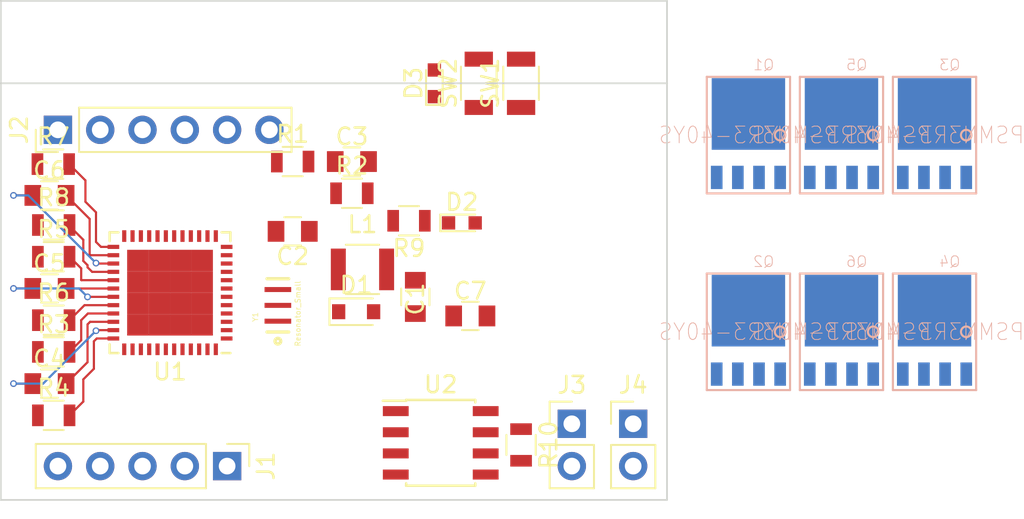
<source format=kicad_pcb>
(kicad_pcb (version 4) (host pcbnew 4.0.6)

  (general
    (links 111)
    (no_connects 99)
    (area 100.025999 70.053999 140.131001 100.126001)
    (thickness 1.6)
    (drawings 5)
    (tracks 60)
    (zones 0)
    (modules 36)
    (nets 56)
  )

  (page A4)
  (layers
    (0 F.Cu signal)
    (1 In1.Cu signal)
    (2 In2.Cu signal)
    (31 B.Cu signal)
    (32 B.Adhes user)
    (33 F.Adhes user)
    (34 B.Paste user)
    (35 F.Paste user)
    (36 B.SilkS user)
    (37 F.SilkS user)
    (38 B.Mask user)
    (39 F.Mask user)
    (40 Dwgs.User user)
    (41 Cmts.User user)
    (42 Eco1.User user)
    (43 Eco2.User user)
    (44 Edge.Cuts user)
    (45 Margin user)
    (46 B.CrtYd user)
    (47 F.CrtYd user)
    (48 B.Fab user)
    (49 F.Fab user)
  )

  (setup
    (last_trace_width 0.25)
    (user_trace_width 0.11)
    (user_trace_width 0.13)
    (trace_clearance 0.2)
    (zone_clearance 0.508)
    (zone_45_only no)
    (trace_min 0.1)
    (segment_width 0.2)
    (edge_width 0.1)
    (via_size 0.6)
    (via_drill 0.4)
    (via_min_size 0.2)
    (via_min_drill 0.2)
    (user_via 0.35 0.2)
    (user_via 0.4 0.25)
    (user_via 3 2.3)
    (uvia_size 0.3)
    (uvia_drill 0.1)
    (uvias_allowed no)
    (uvia_min_size 0.2)
    (uvia_min_drill 0.1)
    (pcb_text_width 0.3)
    (pcb_text_size 1.5 1.5)
    (mod_edge_width 0.15)
    (mod_text_size 1 1)
    (mod_text_width 0.15)
    (pad_size 1.5 1.5)
    (pad_drill 0.6)
    (pad_to_mask_clearance 0)
    (aux_axis_origin 0 0)
    (visible_elements 7FFFFFFF)
    (pcbplotparams
      (layerselection 0x00030_80000001)
      (usegerberextensions false)
      (excludeedgelayer true)
      (linewidth 0.100000)
      (plotframeref false)
      (viasonmask false)
      (mode 1)
      (useauxorigin false)
      (hpglpennumber 1)
      (hpglpenspeed 20)
      (hpglpendiameter 15)
      (hpglpenoverlay 2)
      (psnegative false)
      (psa4output false)
      (plotreference true)
      (plotvalue true)
      (plotinvisibletext false)
      (padsonsilk false)
      (subtractmaskfromsilk false)
      (outputformat 1)
      (mirror false)
      (drillshape 1)
      (scaleselection 1)
      (outputdirectory ""))
  )

  (net 0 "")
  (net 1 +3V3)
  (net 2 Earth)
  (net 3 "Net-(C2-Pad2)")
  (net 4 "Net-(C3-Pad1)")
  (net 5 BOOT1)
  (net 6 O1)
  (net 7 BOOT2)
  (net 8 O2)
  (net 9 BOOT3)
  (net 10 O3)
  (net 11 "Net-(D1-Pad1)")
  (net 12 "Net-(D2-Pad1)")
  (net 13 "Net-(D3-Pad2)")
  (net 14 NRST)
  (net 15 SWDIO)
  (net 16 SWDCLK)
  (net 17 MOSI)
  (net 18 MISO)
  (net 19 SCK)
  (net 20 CS)
  (net 21 RS-B)
  (net 22 RS-A)
  (net 23 "Net-(Q1-Pad4)")
  (net 24 +12V)
  (net 25 "Net-(Q2-Pad4)")
  (net 26 "Net-(Q3-Pad4)")
  (net 27 "Net-(Q4-Pad4)")
  (net 28 "Net-(Q5-Pad4)")
  (net 29 "Net-(Q6-Pad4)")
  (net 30 H1)
  (net 31 L1)
  (net 32 H2)
  (net 33 L2)
  (net 34 H3)
  (net 35 L3)
  (net 36 "Net-(SW1-Pad1)")
  (net 37 "Net-(SW2-Pad1)")
  (net 38 "Net-(U1-Pad1)")
  (net 39 "Net-(U1-Pad2)")
  (net 40 "Net-(U1-Pad3)")
  (net 41 "Net-(U1-Pad4)")
  (net 42 "Net-(U1-Pad5)")
  (net 43 DE)
  (net 44 "Net-(U1-Pad21)")
  (net 45 "Net-(U1-Pad22)")
  (net 46 "Net-(U1-Pad23)")
  (net 47 "Net-(U1-Pad24)")
  (net 48 TX)
  (net 49 RX)
  (net 50 "Net-(U1-Pad41)")
  (net 51 "Net-(U1-Pad42)")
  (net 52 "Net-(U1-Pad43)")
  (net 53 "Net-(U1-Pad45)")
  (net 54 "Net-(U1-Pad46)")
  (net 55 "Net-(U1-Pad47)")

  (net_class Default "This is the default net class."
    (clearance 0.2)
    (trace_width 0.25)
    (via_dia 0.6)
    (via_drill 0.4)
    (uvia_dia 0.3)
    (uvia_drill 0.1)
    (add_net +12V)
    (add_net +3V3)
    (add_net BOOT1)
    (add_net BOOT2)
    (add_net BOOT3)
    (add_net CS)
    (add_net DE)
    (add_net Earth)
    (add_net H1)
    (add_net H2)
    (add_net H3)
    (add_net L1)
    (add_net L2)
    (add_net L3)
    (add_net MISO)
    (add_net MOSI)
    (add_net NRST)
    (add_net "Net-(C2-Pad2)")
    (add_net "Net-(C3-Pad1)")
    (add_net "Net-(D1-Pad1)")
    (add_net "Net-(D2-Pad1)")
    (add_net "Net-(D3-Pad2)")
    (add_net "Net-(Q1-Pad4)")
    (add_net "Net-(Q2-Pad4)")
    (add_net "Net-(Q3-Pad4)")
    (add_net "Net-(Q4-Pad4)")
    (add_net "Net-(Q5-Pad4)")
    (add_net "Net-(Q6-Pad4)")
    (add_net "Net-(SW1-Pad1)")
    (add_net "Net-(SW2-Pad1)")
    (add_net "Net-(U1-Pad1)")
    (add_net "Net-(U1-Pad2)")
    (add_net "Net-(U1-Pad21)")
    (add_net "Net-(U1-Pad22)")
    (add_net "Net-(U1-Pad23)")
    (add_net "Net-(U1-Pad24)")
    (add_net "Net-(U1-Pad3)")
    (add_net "Net-(U1-Pad4)")
    (add_net "Net-(U1-Pad41)")
    (add_net "Net-(U1-Pad42)")
    (add_net "Net-(U1-Pad43)")
    (add_net "Net-(U1-Pad45)")
    (add_net "Net-(U1-Pad46)")
    (add_net "Net-(U1-Pad47)")
    (add_net "Net-(U1-Pad5)")
    (add_net O1)
    (add_net O2)
    (add_net O3)
    (add_net RS-A)
    (add_net RS-B)
    (add_net RX)
    (add_net SCK)
    (add_net SWDCLK)
    (add_net SWDIO)
    (add_net TX)
  )

  (net_class Thin ""
    (clearance 0.1)
    (trace_width 0.1)
    (via_dia 0.4)
    (via_drill 0.2)
    (uvia_dia 0.3)
    (uvia_drill 0.1)
  )

  (module Capacitors_SMD:C_0805 (layer F.Cu) (tedit 59C7AFF7) (tstamp 59C7A812)
    (at 124.968 87.884 270)
    (descr "Capacitor SMD 0805, reflow soldering, AVX (see smccp.pdf)")
    (tags "capacitor 0805")
    (path /597BE295)
    (attr smd)
    (fp_text reference C1 (at 0.127 0 270) (layer F.SilkS)
      (effects (font (size 1 1) (thickness 0.15)))
    )
    (fp_text value 47uF (at 0 1.75 270) (layer F.Fab) hide
      (effects (font (size 1 1) (thickness 0.15)))
    )
    (fp_text user %R (at 0.127 0 270) (layer F.Fab)
      (effects (font (size 1 1) (thickness 0.15)))
    )
    (fp_line (start -1 0.62) (end -1 -0.62) (layer F.Fab) (width 0.1))
    (fp_line (start 1 0.62) (end -1 0.62) (layer F.Fab) (width 0.1))
    (fp_line (start 1 -0.62) (end 1 0.62) (layer F.Fab) (width 0.1))
    (fp_line (start -1 -0.62) (end 1 -0.62) (layer F.Fab) (width 0.1))
    (fp_line (start 0.5 -0.85) (end -0.5 -0.85) (layer F.SilkS) (width 0.12))
    (fp_line (start -0.5 0.85) (end 0.5 0.85) (layer F.SilkS) (width 0.12))
    (fp_line (start -1.75 -0.88) (end 1.75 -0.88) (layer F.CrtYd) (width 0.05))
    (fp_line (start -1.75 -0.88) (end -1.75 0.87) (layer F.CrtYd) (width 0.05))
    (fp_line (start 1.75 0.87) (end 1.75 -0.88) (layer F.CrtYd) (width 0.05))
    (fp_line (start 1.75 0.87) (end -1.75 0.87) (layer F.CrtYd) (width 0.05))
    (pad 1 smd rect (at -1 0 270) (size 1 1.25) (layers F.Cu F.Paste F.Mask)
      (net 1 +3V3))
    (pad 2 smd rect (at 1 0 270) (size 1 1.25) (layers F.Cu F.Paste F.Mask)
      (net 2 Earth))
    (model Capacitors_SMD.3dshapes/C_0805.wrl
      (at (xyz 0 0 0))
      (scale (xyz 1 1 1))
      (rotate (xyz 0 0 0))
    )
  )

  (module Capacitors_SMD:C_0805 (layer F.Cu) (tedit 59C7B1D3) (tstamp 59C7A818)
    (at 117.602 83.947 180)
    (descr "Capacitor SMD 0805, reflow soldering, AVX (see smccp.pdf)")
    (tags "capacitor 0805")
    (path /59C72B99)
    (attr smd)
    (fp_text reference C2 (at 0 -1.5 180) (layer F.SilkS)
      (effects (font (size 1 1) (thickness 0.15)))
    )
    (fp_text value 47uF (at 0 1.75 180) (layer F.Fab) hide
      (effects (font (size 1 1) (thickness 0.15)))
    )
    (fp_text user %R (at 0 -1.5 180) (layer F.Fab)
      (effects (font (size 1 1) (thickness 0.15)))
    )
    (fp_line (start -1 0.62) (end -1 -0.62) (layer F.Fab) (width 0.1))
    (fp_line (start 1 0.62) (end -1 0.62) (layer F.Fab) (width 0.1))
    (fp_line (start 1 -0.62) (end 1 0.62) (layer F.Fab) (width 0.1))
    (fp_line (start -1 -0.62) (end 1 -0.62) (layer F.Fab) (width 0.1))
    (fp_line (start 0.5 -0.85) (end -0.5 -0.85) (layer F.SilkS) (width 0.12))
    (fp_line (start -0.5 0.85) (end 0.5 0.85) (layer F.SilkS) (width 0.12))
    (fp_line (start -1.75 -0.88) (end 1.75 -0.88) (layer F.CrtYd) (width 0.05))
    (fp_line (start -1.75 -0.88) (end -1.75 0.87) (layer F.CrtYd) (width 0.05))
    (fp_line (start 1.75 0.87) (end 1.75 -0.88) (layer F.CrtYd) (width 0.05))
    (fp_line (start 1.75 0.87) (end -1.75 0.87) (layer F.CrtYd) (width 0.05))
    (pad 1 smd rect (at -1 0 180) (size 1 1.25) (layers F.Cu F.Paste F.Mask)
      (net 2 Earth))
    (pad 2 smd rect (at 1 0 180) (size 1 1.25) (layers F.Cu F.Paste F.Mask)
      (net 3 "Net-(C2-Pad2)"))
    (model Capacitors_SMD.3dshapes/C_0805.wrl
      (at (xyz 0 0 0))
      (scale (xyz 1 1 1))
      (rotate (xyz 0 0 0))
    )
  )

  (module Capacitors_SMD:C_0805 (layer F.Cu) (tedit 59C7B060) (tstamp 59C7A81E)
    (at 121.158 79.756)
    (descr "Capacitor SMD 0805, reflow soldering, AVX (see smccp.pdf)")
    (tags "capacitor 0805")
    (path /59781C6F)
    (attr smd)
    (fp_text reference C3 (at 0 -1.5) (layer F.SilkS)
      (effects (font (size 1 1) (thickness 0.15)))
    )
    (fp_text value 1uF (at 0 1.75) (layer F.Fab) hide
      (effects (font (size 1 1) (thickness 0.15)))
    )
    (fp_text user %R (at 0 -1.5) (layer F.Fab)
      (effects (font (size 1 1) (thickness 0.15)))
    )
    (fp_line (start -1 0.62) (end -1 -0.62) (layer F.Fab) (width 0.1))
    (fp_line (start 1 0.62) (end -1 0.62) (layer F.Fab) (width 0.1))
    (fp_line (start 1 -0.62) (end 1 0.62) (layer F.Fab) (width 0.1))
    (fp_line (start -1 -0.62) (end 1 -0.62) (layer F.Fab) (width 0.1))
    (fp_line (start 0.5 -0.85) (end -0.5 -0.85) (layer F.SilkS) (width 0.12))
    (fp_line (start -0.5 0.85) (end 0.5 0.85) (layer F.SilkS) (width 0.12))
    (fp_line (start -1.75 -0.88) (end 1.75 -0.88) (layer F.CrtYd) (width 0.05))
    (fp_line (start -1.75 -0.88) (end -1.75 0.87) (layer F.CrtYd) (width 0.05))
    (fp_line (start 1.75 0.87) (end 1.75 -0.88) (layer F.CrtYd) (width 0.05))
    (fp_line (start 1.75 0.87) (end -1.75 0.87) (layer F.CrtYd) (width 0.05))
    (pad 1 smd rect (at -1 0) (size 1 1.25) (layers F.Cu F.Paste F.Mask)
      (net 4 "Net-(C3-Pad1)"))
    (pad 2 smd rect (at 1 0) (size 1 1.25) (layers F.Cu F.Paste F.Mask)
      (net 2 Earth))
    (model Capacitors_SMD.3dshapes/C_0805.wrl
      (at (xyz 0 0 0))
      (scale (xyz 1 1 1))
      (rotate (xyz 0 0 0))
    )
  )

  (module Capacitors_SMD:C_0805 (layer F.Cu) (tedit 59C7AE97) (tstamp 59C7A824)
    (at 102.997 93.091)
    (descr "Capacitor SMD 0805, reflow soldering, AVX (see smccp.pdf)")
    (tags "capacitor 0805")
    (path /59775905)
    (attr smd)
    (fp_text reference C4 (at 0 -1.5) (layer F.SilkS)
      (effects (font (size 1 1) (thickness 0.15)))
    )
    (fp_text value 1uF (at 0 1.75) (layer F.Fab) hide
      (effects (font (size 1 1) (thickness 0.15)))
    )
    (fp_text user %R (at 0 -1.5) (layer F.Fab)
      (effects (font (size 1 1) (thickness 0.15)))
    )
    (fp_line (start -1 0.62) (end -1 -0.62) (layer F.Fab) (width 0.1))
    (fp_line (start 1 0.62) (end -1 0.62) (layer F.Fab) (width 0.1))
    (fp_line (start 1 -0.62) (end 1 0.62) (layer F.Fab) (width 0.1))
    (fp_line (start -1 -0.62) (end 1 -0.62) (layer F.Fab) (width 0.1))
    (fp_line (start 0.5 -0.85) (end -0.5 -0.85) (layer F.SilkS) (width 0.12))
    (fp_line (start -0.5 0.85) (end 0.5 0.85) (layer F.SilkS) (width 0.12))
    (fp_line (start -1.75 -0.88) (end 1.75 -0.88) (layer F.CrtYd) (width 0.05))
    (fp_line (start -1.75 -0.88) (end -1.75 0.87) (layer F.CrtYd) (width 0.05))
    (fp_line (start 1.75 0.87) (end 1.75 -0.88) (layer F.CrtYd) (width 0.05))
    (fp_line (start 1.75 0.87) (end -1.75 0.87) (layer F.CrtYd) (width 0.05))
    (pad 1 smd rect (at -1 0) (size 1 1.25) (layers F.Cu F.Paste F.Mask)
      (net 5 BOOT1))
    (pad 2 smd rect (at 1 0) (size 1 1.25) (layers F.Cu F.Paste F.Mask)
      (net 6 O1))
    (model Capacitors_SMD.3dshapes/C_0805.wrl
      (at (xyz 0 0 0))
      (scale (xyz 1 1 1))
      (rotate (xyz 0 0 0))
    )
  )

  (module Capacitors_SMD:C_0805 (layer F.Cu) (tedit 59C7AEA6) (tstamp 59C7A82A)
    (at 102.997 87.376)
    (descr "Capacitor SMD 0805, reflow soldering, AVX (see smccp.pdf)")
    (tags "capacitor 0805")
    (path /59785384)
    (attr smd)
    (fp_text reference C5 (at 0 -1.5) (layer F.SilkS)
      (effects (font (size 1 1) (thickness 0.15)))
    )
    (fp_text value 1uF (at 0 1.75) (layer F.Fab) hide
      (effects (font (size 1 1) (thickness 0.15)))
    )
    (fp_text user %R (at 0 -1.5) (layer F.Fab)
      (effects (font (size 1 1) (thickness 0.15)))
    )
    (fp_line (start -1 0.62) (end -1 -0.62) (layer F.Fab) (width 0.1))
    (fp_line (start 1 0.62) (end -1 0.62) (layer F.Fab) (width 0.1))
    (fp_line (start 1 -0.62) (end 1 0.62) (layer F.Fab) (width 0.1))
    (fp_line (start -1 -0.62) (end 1 -0.62) (layer F.Fab) (width 0.1))
    (fp_line (start 0.5 -0.85) (end -0.5 -0.85) (layer F.SilkS) (width 0.12))
    (fp_line (start -0.5 0.85) (end 0.5 0.85) (layer F.SilkS) (width 0.12))
    (fp_line (start -1.75 -0.88) (end 1.75 -0.88) (layer F.CrtYd) (width 0.05))
    (fp_line (start -1.75 -0.88) (end -1.75 0.87) (layer F.CrtYd) (width 0.05))
    (fp_line (start 1.75 0.87) (end 1.75 -0.88) (layer F.CrtYd) (width 0.05))
    (fp_line (start 1.75 0.87) (end -1.75 0.87) (layer F.CrtYd) (width 0.05))
    (pad 1 smd rect (at -1 0) (size 1 1.25) (layers F.Cu F.Paste F.Mask)
      (net 7 BOOT2))
    (pad 2 smd rect (at 1 0) (size 1 1.25) (layers F.Cu F.Paste F.Mask)
      (net 8 O2))
    (model Capacitors_SMD.3dshapes/C_0805.wrl
      (at (xyz 0 0 0))
      (scale (xyz 1 1 1))
      (rotate (xyz 0 0 0))
    )
  )

  (module Capacitors_SMD:C_0805 (layer F.Cu) (tedit 59C7AE16) (tstamp 59C7A830)
    (at 102.997 81.788)
    (descr "Capacitor SMD 0805, reflow soldering, AVX (see smccp.pdf)")
    (tags "capacitor 0805")
    (path /59785512)
    (attr smd)
    (fp_text reference C6 (at 0 -1.5) (layer F.SilkS)
      (effects (font (size 1 1) (thickness 0.15)))
    )
    (fp_text value 1uF (at 0 1.75) (layer F.Fab) hide
      (effects (font (size 1 1) (thickness 0.15)))
    )
    (fp_text user %R (at 0 -1.5) (layer F.Fab)
      (effects (font (size 1 1) (thickness 0.15)))
    )
    (fp_line (start -1 0.62) (end -1 -0.62) (layer F.Fab) (width 0.1))
    (fp_line (start 1 0.62) (end -1 0.62) (layer F.Fab) (width 0.1))
    (fp_line (start 1 -0.62) (end 1 0.62) (layer F.Fab) (width 0.1))
    (fp_line (start -1 -0.62) (end 1 -0.62) (layer F.Fab) (width 0.1))
    (fp_line (start 0.5 -0.85) (end -0.5 -0.85) (layer F.SilkS) (width 0.12))
    (fp_line (start -0.5 0.85) (end 0.5 0.85) (layer F.SilkS) (width 0.12))
    (fp_line (start -1.75 -0.88) (end 1.75 -0.88) (layer F.CrtYd) (width 0.05))
    (fp_line (start -1.75 -0.88) (end -1.75 0.87) (layer F.CrtYd) (width 0.05))
    (fp_line (start 1.75 0.87) (end 1.75 -0.88) (layer F.CrtYd) (width 0.05))
    (fp_line (start 1.75 0.87) (end -1.75 0.87) (layer F.CrtYd) (width 0.05))
    (pad 1 smd rect (at -1 0) (size 1 1.25) (layers F.Cu F.Paste F.Mask)
      (net 9 BOOT3))
    (pad 2 smd rect (at 1 0) (size 1 1.25) (layers F.Cu F.Paste F.Mask)
      (net 10 O3))
    (model Capacitors_SMD.3dshapes/C_0805.wrl
      (at (xyz 0 0 0))
      (scale (xyz 1 1 1))
      (rotate (xyz 0 0 0))
    )
  )

  (module Capacitors_SMD:C_0805 (layer F.Cu) (tedit 58AA8463) (tstamp 59C7A836)
    (at 128.27 89.027)
    (descr "Capacitor SMD 0805, reflow soldering, AVX (see smccp.pdf)")
    (tags "capacitor 0805")
    (path /59CA6694)
    (attr smd)
    (fp_text reference C7 (at 0 -1.5) (layer F.SilkS)
      (effects (font (size 1 1) (thickness 0.15)))
    )
    (fp_text value 1uF (at 0 1.75) (layer F.Fab)
      (effects (font (size 1 1) (thickness 0.15)))
    )
    (fp_text user %R (at 0 -1.5) (layer F.Fab)
      (effects (font (size 1 1) (thickness 0.15)))
    )
    (fp_line (start -1 0.62) (end -1 -0.62) (layer F.Fab) (width 0.1))
    (fp_line (start 1 0.62) (end -1 0.62) (layer F.Fab) (width 0.1))
    (fp_line (start 1 -0.62) (end 1 0.62) (layer F.Fab) (width 0.1))
    (fp_line (start -1 -0.62) (end 1 -0.62) (layer F.Fab) (width 0.1))
    (fp_line (start 0.5 -0.85) (end -0.5 -0.85) (layer F.SilkS) (width 0.12))
    (fp_line (start -0.5 0.85) (end 0.5 0.85) (layer F.SilkS) (width 0.12))
    (fp_line (start -1.75 -0.88) (end 1.75 -0.88) (layer F.CrtYd) (width 0.05))
    (fp_line (start -1.75 -0.88) (end -1.75 0.87) (layer F.CrtYd) (width 0.05))
    (fp_line (start 1.75 0.87) (end 1.75 -0.88) (layer F.CrtYd) (width 0.05))
    (fp_line (start 1.75 0.87) (end -1.75 0.87) (layer F.CrtYd) (width 0.05))
    (pad 1 smd rect (at -1 0) (size 1 1.25) (layers F.Cu F.Paste F.Mask)
      (net 2 Earth))
    (pad 2 smd rect (at 1 0) (size 1 1.25) (layers F.Cu F.Paste F.Mask)
      (net 1 +3V3))
    (model Capacitors_SMD.3dshapes/C_0805.wrl
      (at (xyz 0 0 0))
      (scale (xyz 1 1 1))
      (rotate (xyz 0 0 0))
    )
  )

  (module Diodes_SMD:D_0805 (layer F.Cu) (tedit 590CE9A4) (tstamp 59C7A83C)
    (at 121.412 88.773)
    (descr "Diode SMD in 0805 package http://datasheets.avx.com/schottky.pdf")
    (tags "smd diode")
    (path /597753DE)
    (attr smd)
    (fp_text reference D1 (at 0 -1.6) (layer F.SilkS)
      (effects (font (size 1 1) (thickness 0.15)))
    )
    (fp_text value D (at 0 1.7) (layer F.Fab)
      (effects (font (size 1 1) (thickness 0.15)))
    )
    (fp_text user %R (at 0 -1.6) (layer F.Fab)
      (effects (font (size 1 1) (thickness 0.15)))
    )
    (fp_line (start -1.6 -0.8) (end -1.6 0.8) (layer F.SilkS) (width 0.12))
    (fp_line (start -1.7 0.88) (end -1.7 -0.88) (layer F.CrtYd) (width 0.05))
    (fp_line (start 1.7 0.88) (end -1.7 0.88) (layer F.CrtYd) (width 0.05))
    (fp_line (start 1.7 -0.88) (end 1.7 0.88) (layer F.CrtYd) (width 0.05))
    (fp_line (start -1.7 -0.88) (end 1.7 -0.88) (layer F.CrtYd) (width 0.05))
    (fp_line (start 0.2 0) (end 0.4 0) (layer F.Fab) (width 0.1))
    (fp_line (start -0.1 0) (end -0.3 0) (layer F.Fab) (width 0.1))
    (fp_line (start -0.1 -0.2) (end -0.1 0.2) (layer F.Fab) (width 0.1))
    (fp_line (start 0.2 0.2) (end 0.2 -0.2) (layer F.Fab) (width 0.1))
    (fp_line (start -0.1 0) (end 0.2 0.2) (layer F.Fab) (width 0.1))
    (fp_line (start 0.2 -0.2) (end -0.1 0) (layer F.Fab) (width 0.1))
    (fp_line (start -1 0.65) (end -1 -0.65) (layer F.Fab) (width 0.1))
    (fp_line (start 1 0.65) (end -1 0.65) (layer F.Fab) (width 0.1))
    (fp_line (start 1 -0.65) (end 1 0.65) (layer F.Fab) (width 0.1))
    (fp_line (start -1 -0.65) (end 1 -0.65) (layer F.Fab) (width 0.1))
    (fp_line (start -1.6 0.8) (end 1 0.8) (layer F.SilkS) (width 0.12))
    (fp_line (start -1.6 -0.8) (end 1 -0.8) (layer F.SilkS) (width 0.12))
    (pad 1 smd rect (at -1.05 0) (size 0.8 0.9) (layers F.Cu F.Paste F.Mask)
      (net 11 "Net-(D1-Pad1)"))
    (pad 2 smd rect (at 1.05 0) (size 0.8 0.9) (layers F.Cu F.Paste F.Mask)
      (net 2 Earth))
    (model ${KISYS3DMOD}/Diodes_SMD.3dshapes/D_0805.wrl
      (at (xyz 0 0 0))
      (scale (xyz 1 1 1))
      (rotate (xyz 0 0 0))
    )
  )

  (module LEDs:LED_0603 (layer F.Cu) (tedit 57FE93A5) (tstamp 59C7A842)
    (at 127.762 83.439)
    (descr "LED 0603 smd package")
    (tags "LED led 0603 SMD smd SMT smt smdled SMDLED smtled SMTLED")
    (path /59CACD94)
    (attr smd)
    (fp_text reference D2 (at 0 -1.25) (layer F.SilkS)
      (effects (font (size 1 1) (thickness 0.15)))
    )
    (fp_text value LED (at 0 1.35) (layer F.Fab)
      (effects (font (size 1 1) (thickness 0.15)))
    )
    (fp_line (start -1.3 -0.5) (end -1.3 0.5) (layer F.SilkS) (width 0.12))
    (fp_line (start -0.2 -0.2) (end -0.2 0.2) (layer F.Fab) (width 0.1))
    (fp_line (start -0.15 0) (end 0.15 -0.2) (layer F.Fab) (width 0.1))
    (fp_line (start 0.15 0.2) (end -0.15 0) (layer F.Fab) (width 0.1))
    (fp_line (start 0.15 -0.2) (end 0.15 0.2) (layer F.Fab) (width 0.1))
    (fp_line (start 0.8 0.4) (end -0.8 0.4) (layer F.Fab) (width 0.1))
    (fp_line (start 0.8 -0.4) (end 0.8 0.4) (layer F.Fab) (width 0.1))
    (fp_line (start -0.8 -0.4) (end 0.8 -0.4) (layer F.Fab) (width 0.1))
    (fp_line (start -0.8 0.4) (end -0.8 -0.4) (layer F.Fab) (width 0.1))
    (fp_line (start -1.3 0.5) (end 0.8 0.5) (layer F.SilkS) (width 0.12))
    (fp_line (start -1.3 -0.5) (end 0.8 -0.5) (layer F.SilkS) (width 0.12))
    (fp_line (start 1.45 -0.65) (end 1.45 0.65) (layer F.CrtYd) (width 0.05))
    (fp_line (start 1.45 0.65) (end -1.45 0.65) (layer F.CrtYd) (width 0.05))
    (fp_line (start -1.45 0.65) (end -1.45 -0.65) (layer F.CrtYd) (width 0.05))
    (fp_line (start -1.45 -0.65) (end 1.45 -0.65) (layer F.CrtYd) (width 0.05))
    (pad 2 smd rect (at 0.8 0 180) (size 0.8 0.8) (layers F.Cu F.Paste F.Mask)
      (net 1 +3V3))
    (pad 1 smd rect (at -0.8 0 180) (size 0.8 0.8) (layers F.Cu F.Paste F.Mask)
      (net 12 "Net-(D2-Pad1)"))
    (model ${KISYS3DMOD}/LEDs.3dshapes/LED_0603.wrl
      (at (xyz 0 0 0))
      (scale (xyz 1 1 1))
      (rotate (xyz 0 0 180))
    )
  )

  (module LEDs:LED_0603 (layer F.Cu) (tedit 57FE93A5) (tstamp 59C7A848)
    (at 126.111 75.057 90)
    (descr "LED 0603 smd package")
    (tags "LED led 0603 SMD smd SMT smt smdled SMDLED smtled SMTLED")
    (path /59C94485)
    (attr smd)
    (fp_text reference D3 (at 0 -1.25 90) (layer F.SilkS)
      (effects (font (size 1 1) (thickness 0.15)))
    )
    (fp_text value LED (at 0 1.35 90) (layer F.Fab)
      (effects (font (size 1 1) (thickness 0.15)))
    )
    (fp_line (start -1.3 -0.5) (end -1.3 0.5) (layer F.SilkS) (width 0.12))
    (fp_line (start -0.2 -0.2) (end -0.2 0.2) (layer F.Fab) (width 0.1))
    (fp_line (start -0.15 0) (end 0.15 -0.2) (layer F.Fab) (width 0.1))
    (fp_line (start 0.15 0.2) (end -0.15 0) (layer F.Fab) (width 0.1))
    (fp_line (start 0.15 -0.2) (end 0.15 0.2) (layer F.Fab) (width 0.1))
    (fp_line (start 0.8 0.4) (end -0.8 0.4) (layer F.Fab) (width 0.1))
    (fp_line (start 0.8 -0.4) (end 0.8 0.4) (layer F.Fab) (width 0.1))
    (fp_line (start -0.8 -0.4) (end 0.8 -0.4) (layer F.Fab) (width 0.1))
    (fp_line (start -0.8 0.4) (end -0.8 -0.4) (layer F.Fab) (width 0.1))
    (fp_line (start -1.3 0.5) (end 0.8 0.5) (layer F.SilkS) (width 0.12))
    (fp_line (start -1.3 -0.5) (end 0.8 -0.5) (layer F.SilkS) (width 0.12))
    (fp_line (start 1.45 -0.65) (end 1.45 0.65) (layer F.CrtYd) (width 0.05))
    (fp_line (start 1.45 0.65) (end -1.45 0.65) (layer F.CrtYd) (width 0.05))
    (fp_line (start -1.45 0.65) (end -1.45 -0.65) (layer F.CrtYd) (width 0.05))
    (fp_line (start -1.45 -0.65) (end 1.45 -0.65) (layer F.CrtYd) (width 0.05))
    (pad 2 smd rect (at 0.8 0 270) (size 0.8 0.8) (layers F.Cu F.Paste F.Mask)
      (net 13 "Net-(D3-Pad2)"))
    (pad 1 smd rect (at -0.8 0 270) (size 0.8 0.8) (layers F.Cu F.Paste F.Mask)
      (net 2 Earth))
    (model ${KISYS3DMOD}/LEDs.3dshapes/LED_0603.wrl
      (at (xyz 0 0 0))
      (scale (xyz 1 1 1))
      (rotate (xyz 0 0 180))
    )
  )

  (module Pin_Headers:Pin_Header_Straight_1x05_Pitch2.54mm (layer F.Cu) (tedit 59650532) (tstamp 59C7A851)
    (at 113.665 98.044 270)
    (descr "Through hole straight pin header, 1x05, 2.54mm pitch, single row")
    (tags "Through hole pin header THT 1x05 2.54mm single row")
    (path /59C7E478)
    (fp_text reference J1 (at 0 -2.33 270) (layer F.SilkS)
      (effects (font (size 1 1) (thickness 0.15)))
    )
    (fp_text value SWD (at 0 12.49 270) (layer F.Fab)
      (effects (font (size 1 1) (thickness 0.15)))
    )
    (fp_line (start -0.635 -1.27) (end 1.27 -1.27) (layer F.Fab) (width 0.1))
    (fp_line (start 1.27 -1.27) (end 1.27 11.43) (layer F.Fab) (width 0.1))
    (fp_line (start 1.27 11.43) (end -1.27 11.43) (layer F.Fab) (width 0.1))
    (fp_line (start -1.27 11.43) (end -1.27 -0.635) (layer F.Fab) (width 0.1))
    (fp_line (start -1.27 -0.635) (end -0.635 -1.27) (layer F.Fab) (width 0.1))
    (fp_line (start -1.33 11.49) (end 1.33 11.49) (layer F.SilkS) (width 0.12))
    (fp_line (start -1.33 1.27) (end -1.33 11.49) (layer F.SilkS) (width 0.12))
    (fp_line (start 1.33 1.27) (end 1.33 11.49) (layer F.SilkS) (width 0.12))
    (fp_line (start -1.33 1.27) (end 1.33 1.27) (layer F.SilkS) (width 0.12))
    (fp_line (start -1.33 0) (end -1.33 -1.33) (layer F.SilkS) (width 0.12))
    (fp_line (start -1.33 -1.33) (end 0 -1.33) (layer F.SilkS) (width 0.12))
    (fp_line (start -1.8 -1.8) (end -1.8 11.95) (layer F.CrtYd) (width 0.05))
    (fp_line (start -1.8 11.95) (end 1.8 11.95) (layer F.CrtYd) (width 0.05))
    (fp_line (start 1.8 11.95) (end 1.8 -1.8) (layer F.CrtYd) (width 0.05))
    (fp_line (start 1.8 -1.8) (end -1.8 -1.8) (layer F.CrtYd) (width 0.05))
    (fp_text user %R (at 0 5.08 360) (layer F.Fab)
      (effects (font (size 1 1) (thickness 0.15)))
    )
    (pad 1 thru_hole rect (at 0 0 270) (size 1.7 1.7) (drill 1) (layers *.Cu *.Mask)
      (net 1 +3V3))
    (pad 2 thru_hole oval (at 0 2.54 270) (size 1.7 1.7) (drill 1) (layers *.Cu *.Mask)
      (net 2 Earth))
    (pad 3 thru_hole oval (at 0 5.08 270) (size 1.7 1.7) (drill 1) (layers *.Cu *.Mask)
      (net 14 NRST))
    (pad 4 thru_hole oval (at 0 7.62 270) (size 1.7 1.7) (drill 1) (layers *.Cu *.Mask)
      (net 16 SWDCLK))
    (pad 5 thru_hole oval (at 0 10.16 270) (size 1.7 1.7) (drill 1) (layers *.Cu *.Mask)
      (net 15 SWDIO))
    (model ${KISYS3DMOD}/Pin_Headers.3dshapes/Pin_Header_Straight_1x05_Pitch2.54mm.wrl
      (at (xyz 0 0 0))
      (scale (xyz 1 1 1))
      (rotate (xyz 0 0 0))
    )
  )

  (module Pin_Headers:Pin_Header_Straight_1x06_Pitch2.54mm (layer F.Cu) (tedit 59650532) (tstamp 59C7A85B)
    (at 103.505 77.851 90)
    (descr "Through hole straight pin header, 1x06, 2.54mm pitch, single row")
    (tags "Through hole pin header THT 1x06 2.54mm single row")
    (path /59C8A536)
    (fp_text reference J2 (at 0 -2.33 90) (layer F.SilkS)
      (effects (font (size 1 1) (thickness 0.15)))
    )
    (fp_text value SPI (at 0 15.03 90) (layer F.Fab)
      (effects (font (size 1 1) (thickness 0.15)))
    )
    (fp_line (start -0.635 -1.27) (end 1.27 -1.27) (layer F.Fab) (width 0.1))
    (fp_line (start 1.27 -1.27) (end 1.27 13.97) (layer F.Fab) (width 0.1))
    (fp_line (start 1.27 13.97) (end -1.27 13.97) (layer F.Fab) (width 0.1))
    (fp_line (start -1.27 13.97) (end -1.27 -0.635) (layer F.Fab) (width 0.1))
    (fp_line (start -1.27 -0.635) (end -0.635 -1.27) (layer F.Fab) (width 0.1))
    (fp_line (start -1.33 14.03) (end 1.33 14.03) (layer F.SilkS) (width 0.12))
    (fp_line (start -1.33 1.27) (end -1.33 14.03) (layer F.SilkS) (width 0.12))
    (fp_line (start 1.33 1.27) (end 1.33 14.03) (layer F.SilkS) (width 0.12))
    (fp_line (start -1.33 1.27) (end 1.33 1.27) (layer F.SilkS) (width 0.12))
    (fp_line (start -1.33 0) (end -1.33 -1.33) (layer F.SilkS) (width 0.12))
    (fp_line (start -1.33 -1.33) (end 0 -1.33) (layer F.SilkS) (width 0.12))
    (fp_line (start -1.8 -1.8) (end -1.8 14.5) (layer F.CrtYd) (width 0.05))
    (fp_line (start -1.8 14.5) (end 1.8 14.5) (layer F.CrtYd) (width 0.05))
    (fp_line (start 1.8 14.5) (end 1.8 -1.8) (layer F.CrtYd) (width 0.05))
    (fp_line (start 1.8 -1.8) (end -1.8 -1.8) (layer F.CrtYd) (width 0.05))
    (fp_text user %R (at 0 6.35 180) (layer F.Fab)
      (effects (font (size 1 1) (thickness 0.15)))
    )
    (pad 1 thru_hole rect (at 0 0 90) (size 1.7 1.7) (drill 1) (layers *.Cu *.Mask)
      (net 1 +3V3))
    (pad 2 thru_hole oval (at 0 2.54 90) (size 1.7 1.7) (drill 1) (layers *.Cu *.Mask)
      (net 2 Earth))
    (pad 3 thru_hole oval (at 0 5.08 90) (size 1.7 1.7) (drill 1) (layers *.Cu *.Mask)
      (net 17 MOSI))
    (pad 4 thru_hole oval (at 0 7.62 90) (size 1.7 1.7) (drill 1) (layers *.Cu *.Mask)
      (net 18 MISO))
    (pad 5 thru_hole oval (at 0 10.16 90) (size 1.7 1.7) (drill 1) (layers *.Cu *.Mask)
      (net 19 SCK))
    (pad 6 thru_hole oval (at 0 12.7 90) (size 1.7 1.7) (drill 1) (layers *.Cu *.Mask)
      (net 20 CS))
    (model ${KISYS3DMOD}/Pin_Headers.3dshapes/Pin_Header_Straight_1x06_Pitch2.54mm.wrl
      (at (xyz 0 0 0))
      (scale (xyz 1 1 1))
      (rotate (xyz 0 0 0))
    )
  )

  (module Pin_Headers:Pin_Header_Straight_1x02_Pitch2.54mm (layer F.Cu) (tedit 59650532) (tstamp 59C7A861)
    (at 134.366 95.504)
    (descr "Through hole straight pin header, 1x02, 2.54mm pitch, single row")
    (tags "Through hole pin header THT 1x02 2.54mm single row")
    (path /59777EAC)
    (fp_text reference J3 (at 0 -2.33) (layer F.SilkS)
      (effects (font (size 1 1) (thickness 0.15)))
    )
    (fp_text value RS485 (at 0 4.87) (layer F.Fab)
      (effects (font (size 1 1) (thickness 0.15)))
    )
    (fp_line (start -0.635 -1.27) (end 1.27 -1.27) (layer F.Fab) (width 0.1))
    (fp_line (start 1.27 -1.27) (end 1.27 3.81) (layer F.Fab) (width 0.1))
    (fp_line (start 1.27 3.81) (end -1.27 3.81) (layer F.Fab) (width 0.1))
    (fp_line (start -1.27 3.81) (end -1.27 -0.635) (layer F.Fab) (width 0.1))
    (fp_line (start -1.27 -0.635) (end -0.635 -1.27) (layer F.Fab) (width 0.1))
    (fp_line (start -1.33 3.87) (end 1.33 3.87) (layer F.SilkS) (width 0.12))
    (fp_line (start -1.33 1.27) (end -1.33 3.87) (layer F.SilkS) (width 0.12))
    (fp_line (start 1.33 1.27) (end 1.33 3.87) (layer F.SilkS) (width 0.12))
    (fp_line (start -1.33 1.27) (end 1.33 1.27) (layer F.SilkS) (width 0.12))
    (fp_line (start -1.33 0) (end -1.33 -1.33) (layer F.SilkS) (width 0.12))
    (fp_line (start -1.33 -1.33) (end 0 -1.33) (layer F.SilkS) (width 0.12))
    (fp_line (start -1.8 -1.8) (end -1.8 4.35) (layer F.CrtYd) (width 0.05))
    (fp_line (start -1.8 4.35) (end 1.8 4.35) (layer F.CrtYd) (width 0.05))
    (fp_line (start 1.8 4.35) (end 1.8 -1.8) (layer F.CrtYd) (width 0.05))
    (fp_line (start 1.8 -1.8) (end -1.8 -1.8) (layer F.CrtYd) (width 0.05))
    (fp_text user %R (at 0 1.27 90) (layer F.Fab)
      (effects (font (size 1 1) (thickness 0.15)))
    )
    (pad 1 thru_hole rect (at 0 0) (size 1.7 1.7) (drill 1) (layers *.Cu *.Mask)
      (net 21 RS-B))
    (pad 2 thru_hole oval (at 0 2.54) (size 1.7 1.7) (drill 1) (layers *.Cu *.Mask)
      (net 22 RS-A))
    (model ${KISYS3DMOD}/Pin_Headers.3dshapes/Pin_Header_Straight_1x02_Pitch2.54mm.wrl
      (at (xyz 0 0 0))
      (scale (xyz 1 1 1))
      (rotate (xyz 0 0 0))
    )
  )

  (module Inductors_SMD:L_1210 (layer F.Cu) (tedit 59C7AFCD) (tstamp 59C7A867)
    (at 121.793 86.233)
    (descr "Resistor SMD 1210, reflow soldering, Vishay (see dcrcw.pdf)")
    (tags "resistor 1210")
    (path /59775315)
    (attr smd)
    (fp_text reference L1 (at 0 -2.7) (layer F.SilkS)
      (effects (font (size 1 1) (thickness 0.15)))
    )
    (fp_text value 22uH (at 0 2.7) (layer F.Fab) hide
      (effects (font (size 1 1) (thickness 0.15)))
    )
    (fp_text user %R (at 0 0) (layer F.Fab)
      (effects (font (size 0.5 0.5) (thickness 0.075)))
    )
    (fp_line (start -1.6 1.25) (end -1.6 -1.25) (layer F.Fab) (width 0.1))
    (fp_line (start 1.6 1.25) (end -1.6 1.25) (layer F.Fab) (width 0.1))
    (fp_line (start 1.6 -1.25) (end 1.6 1.25) (layer F.Fab) (width 0.1))
    (fp_line (start -1.6 -1.25) (end 1.6 -1.25) (layer F.Fab) (width 0.1))
    (fp_line (start -2.2 -1.6) (end 2.2 -1.6) (layer F.CrtYd) (width 0.05))
    (fp_line (start -2.2 1.6) (end 2.2 1.6) (layer F.CrtYd) (width 0.05))
    (fp_line (start -2.2 -1.6) (end -2.2 1.6) (layer F.CrtYd) (width 0.05))
    (fp_line (start 2.2 -1.6) (end 2.2 1.6) (layer F.CrtYd) (width 0.05))
    (fp_line (start 1 1.48) (end -1 1.48) (layer F.SilkS) (width 0.12))
    (fp_line (start -1 -1.48) (end 1 -1.48) (layer F.SilkS) (width 0.12))
    (pad 1 smd rect (at -1.45 0) (size 0.9 2.5) (layers F.Cu F.Paste F.Mask)
      (net 11 "Net-(D1-Pad1)"))
    (pad 2 smd rect (at 1.45 0) (size 0.9 2.5) (layers F.Cu F.Paste F.Mask)
      (net 1 +3V3))
    (model ${KISYS3DMOD}/Inductors_SMD.3dshapes/L_1210.wrl
      (at (xyz 0 0 0))
      (scale (xyz 1 1 1))
      (rotate (xyz 0 0 0))
    )
  )

  (module Dizzy:PSMN3R3-40YS (layer B.Cu) (tedit 0) (tstamp 59C7A87A)
    (at 144.9705 78.1685 180)
    (path /59775678)
    (attr smd)
    (fp_text reference Q1 (at -0.9144 4.2164 180) (layer B.SilkS)
      (effects (font (size 0.64 0.64) (thickness 0.05)) (justify mirror))
    )
    (fp_text value PSMN3R3-40YS (at 0 0 180) (layer B.SilkS)
      (effects (font (size 1 0.9) (thickness 0.05)) (justify mirror))
    )
    (fp_line (start -2.5 3.5) (end 2.5 3.5) (layer B.SilkS) (width 0.127))
    (fp_line (start 2.5 3.5) (end 2.5 -3.5) (layer B.SilkS) (width 0.127))
    (fp_line (start 2.5 -3.5) (end -2.5 -3.5) (layer B.SilkS) (width 0.127))
    (fp_line (start -2.5 -3.5) (end -2.5 3.5) (layer B.SilkS) (width 0.127))
    (fp_circle (center -1.905 0) (end -1.5875 0) (layer B.SilkS) (width 0.127))
    (fp_line (start -2.5 3.5) (end -2.5 -3.5) (layer Dwgs.User) (width 0.127))
    (fp_line (start -2.5 -3.5) (end 2.5 -3.5) (layer Dwgs.User) (width 0.127))
    (fp_line (start 2.5 -3.5) (end 2.5 3.5) (layer Dwgs.User) (width 0.127))
    (fp_line (start 2.5 3.5) (end -2.5 3.5) (layer Dwgs.User) (width 0.127))
    (fp_poly (pts (xy -2.413 3.429) (xy 2.413 3.429) (xy 2.413 -3.429) (xy -2.413 -3.429)) (layer Dwgs.User) (width 0.381))
    (pad 1 smd rect (at -1.905 -2.54 270) (size 1.4 0.7) (layers B.Cu B.Paste B.Mask)
      (net 6 O1))
    (pad 2 smd rect (at -0.635 -2.54 270) (size 1.4 0.7) (layers B.Cu B.Paste B.Mask)
      (net 6 O1))
    (pad 3 smd rect (at 0.635 -2.54 270) (size 1.4 0.7) (layers B.Cu B.Paste B.Mask)
      (net 6 O1))
    (pad 4 smd rect (at 1.905 -2.54 270) (size 1.4 0.7) (layers B.Cu B.Paste B.Mask)
      (net 23 "Net-(Q1-Pad4)"))
    (pad 5678 smd rect (at 0 1.27 270) (size 4.3 4.41) (layers B.Cu B.Paste B.Mask)
      (net 24 +12V))
  )

  (module Dizzy:PSMN3R3-40YS (layer B.Cu) (tedit 0) (tstamp 59C7A88D)
    (at 144.9705 89.9795 180)
    (path /59775732)
    (attr smd)
    (fp_text reference Q2 (at -0.9144 4.2164 180) (layer B.SilkS)
      (effects (font (size 0.64 0.64) (thickness 0.05)) (justify mirror))
    )
    (fp_text value PSMN3R3-40YS (at 0 0 180) (layer B.SilkS)
      (effects (font (size 1 0.9) (thickness 0.05)) (justify mirror))
    )
    (fp_line (start -2.5 3.5) (end 2.5 3.5) (layer B.SilkS) (width 0.127))
    (fp_line (start 2.5 3.5) (end 2.5 -3.5) (layer B.SilkS) (width 0.127))
    (fp_line (start 2.5 -3.5) (end -2.5 -3.5) (layer B.SilkS) (width 0.127))
    (fp_line (start -2.5 -3.5) (end -2.5 3.5) (layer B.SilkS) (width 0.127))
    (fp_circle (center -1.905 0) (end -1.5875 0) (layer B.SilkS) (width 0.127))
    (fp_line (start -2.5 3.5) (end -2.5 -3.5) (layer Dwgs.User) (width 0.127))
    (fp_line (start -2.5 -3.5) (end 2.5 -3.5) (layer Dwgs.User) (width 0.127))
    (fp_line (start 2.5 -3.5) (end 2.5 3.5) (layer Dwgs.User) (width 0.127))
    (fp_line (start 2.5 3.5) (end -2.5 3.5) (layer Dwgs.User) (width 0.127))
    (fp_poly (pts (xy -2.413 3.429) (xy 2.413 3.429) (xy 2.413 -3.429) (xy -2.413 -3.429)) (layer Dwgs.User) (width 0.381))
    (pad 1 smd rect (at -1.905 -2.54 270) (size 1.4 0.7) (layers B.Cu B.Paste B.Mask)
      (net 2 Earth))
    (pad 2 smd rect (at -0.635 -2.54 270) (size 1.4 0.7) (layers B.Cu B.Paste B.Mask)
      (net 2 Earth))
    (pad 3 smd rect (at 0.635 -2.54 270) (size 1.4 0.7) (layers B.Cu B.Paste B.Mask)
      (net 2 Earth))
    (pad 4 smd rect (at 1.905 -2.54 270) (size 1.4 0.7) (layers B.Cu B.Paste B.Mask)
      (net 25 "Net-(Q2-Pad4)"))
    (pad 5678 smd rect (at 0 1.27 270) (size 4.3 4.41) (layers B.Cu B.Paste B.Mask)
      (net 6 O1))
  )

  (module Dizzy:PSMN3R3-40YS (layer B.Cu) (tedit 0) (tstamp 59C7A8A0)
    (at 156.1465 78.1685 180)
    (path /59785356)
    (attr smd)
    (fp_text reference Q3 (at -0.9144 4.2164 180) (layer B.SilkS)
      (effects (font (size 0.64 0.64) (thickness 0.05)) (justify mirror))
    )
    (fp_text value PSMN3R3-40YS (at 0 0 180) (layer B.SilkS)
      (effects (font (size 1 0.9) (thickness 0.05)) (justify mirror))
    )
    (fp_line (start -2.5 3.5) (end 2.5 3.5) (layer B.SilkS) (width 0.127))
    (fp_line (start 2.5 3.5) (end 2.5 -3.5) (layer B.SilkS) (width 0.127))
    (fp_line (start 2.5 -3.5) (end -2.5 -3.5) (layer B.SilkS) (width 0.127))
    (fp_line (start -2.5 -3.5) (end -2.5 3.5) (layer B.SilkS) (width 0.127))
    (fp_circle (center -1.905 0) (end -1.5875 0) (layer B.SilkS) (width 0.127))
    (fp_line (start -2.5 3.5) (end -2.5 -3.5) (layer Dwgs.User) (width 0.127))
    (fp_line (start -2.5 -3.5) (end 2.5 -3.5) (layer Dwgs.User) (width 0.127))
    (fp_line (start 2.5 -3.5) (end 2.5 3.5) (layer Dwgs.User) (width 0.127))
    (fp_line (start 2.5 3.5) (end -2.5 3.5) (layer Dwgs.User) (width 0.127))
    (fp_poly (pts (xy -2.413 3.429) (xy 2.413 3.429) (xy 2.413 -3.429) (xy -2.413 -3.429)) (layer Dwgs.User) (width 0.381))
    (pad 1 smd rect (at -1.905 -2.54 270) (size 1.4 0.7) (layers B.Cu B.Paste B.Mask)
      (net 8 O2))
    (pad 2 smd rect (at -0.635 -2.54 270) (size 1.4 0.7) (layers B.Cu B.Paste B.Mask)
      (net 8 O2))
    (pad 3 smd rect (at 0.635 -2.54 270) (size 1.4 0.7) (layers B.Cu B.Paste B.Mask)
      (net 8 O2))
    (pad 4 smd rect (at 1.905 -2.54 270) (size 1.4 0.7) (layers B.Cu B.Paste B.Mask)
      (net 26 "Net-(Q3-Pad4)"))
    (pad 5678 smd rect (at 0 1.27 270) (size 4.3 4.41) (layers B.Cu B.Paste B.Mask)
      (net 24 +12V))
  )

  (module Dizzy:PSMN3R3-40YS (layer B.Cu) (tedit 0) (tstamp 59C7A8B3)
    (at 156.1465 89.9795 180)
    (path /5978535E)
    (attr smd)
    (fp_text reference Q4 (at -0.9144 4.2164 180) (layer B.SilkS)
      (effects (font (size 0.64 0.64) (thickness 0.05)) (justify mirror))
    )
    (fp_text value PSMN3R3-40YS (at 0 0 180) (layer B.SilkS)
      (effects (font (size 1 0.9) (thickness 0.05)) (justify mirror))
    )
    (fp_line (start -2.5 3.5) (end 2.5 3.5) (layer B.SilkS) (width 0.127))
    (fp_line (start 2.5 3.5) (end 2.5 -3.5) (layer B.SilkS) (width 0.127))
    (fp_line (start 2.5 -3.5) (end -2.5 -3.5) (layer B.SilkS) (width 0.127))
    (fp_line (start -2.5 -3.5) (end -2.5 3.5) (layer B.SilkS) (width 0.127))
    (fp_circle (center -1.905 0) (end -1.5875 0) (layer B.SilkS) (width 0.127))
    (fp_line (start -2.5 3.5) (end -2.5 -3.5) (layer Dwgs.User) (width 0.127))
    (fp_line (start -2.5 -3.5) (end 2.5 -3.5) (layer Dwgs.User) (width 0.127))
    (fp_line (start 2.5 -3.5) (end 2.5 3.5) (layer Dwgs.User) (width 0.127))
    (fp_line (start 2.5 3.5) (end -2.5 3.5) (layer Dwgs.User) (width 0.127))
    (fp_poly (pts (xy -2.413 3.429) (xy 2.413 3.429) (xy 2.413 -3.429) (xy -2.413 -3.429)) (layer Dwgs.User) (width 0.381))
    (pad 1 smd rect (at -1.905 -2.54 270) (size 1.4 0.7) (layers B.Cu B.Paste B.Mask)
      (net 2 Earth))
    (pad 2 smd rect (at -0.635 -2.54 270) (size 1.4 0.7) (layers B.Cu B.Paste B.Mask)
      (net 2 Earth))
    (pad 3 smd rect (at 0.635 -2.54 270) (size 1.4 0.7) (layers B.Cu B.Paste B.Mask)
      (net 2 Earth))
    (pad 4 smd rect (at 1.905 -2.54 270) (size 1.4 0.7) (layers B.Cu B.Paste B.Mask)
      (net 27 "Net-(Q4-Pad4)"))
    (pad 5678 smd rect (at 0 1.27 270) (size 4.3 4.41) (layers B.Cu B.Paste B.Mask)
      (net 8 O2))
  )

  (module Dizzy:PSMN3R3-40YS (layer B.Cu) (tedit 0) (tstamp 59C7A8C6)
    (at 150.5585 78.1685 180)
    (path /597854E4)
    (attr smd)
    (fp_text reference Q5 (at -0.9144 4.2164 180) (layer B.SilkS)
      (effects (font (size 0.64 0.64) (thickness 0.05)) (justify mirror))
    )
    (fp_text value PSMN3R3-40YS (at 0 0 180) (layer B.SilkS)
      (effects (font (size 1 0.9) (thickness 0.05)) (justify mirror))
    )
    (fp_line (start -2.5 3.5) (end 2.5 3.5) (layer B.SilkS) (width 0.127))
    (fp_line (start 2.5 3.5) (end 2.5 -3.5) (layer B.SilkS) (width 0.127))
    (fp_line (start 2.5 -3.5) (end -2.5 -3.5) (layer B.SilkS) (width 0.127))
    (fp_line (start -2.5 -3.5) (end -2.5 3.5) (layer B.SilkS) (width 0.127))
    (fp_circle (center -1.905 0) (end -1.5875 0) (layer B.SilkS) (width 0.127))
    (fp_line (start -2.5 3.5) (end -2.5 -3.5) (layer Dwgs.User) (width 0.127))
    (fp_line (start -2.5 -3.5) (end 2.5 -3.5) (layer Dwgs.User) (width 0.127))
    (fp_line (start 2.5 -3.5) (end 2.5 3.5) (layer Dwgs.User) (width 0.127))
    (fp_line (start 2.5 3.5) (end -2.5 3.5) (layer Dwgs.User) (width 0.127))
    (fp_poly (pts (xy -2.413 3.429) (xy 2.413 3.429) (xy 2.413 -3.429) (xy -2.413 -3.429)) (layer Dwgs.User) (width 0.381))
    (pad 1 smd rect (at -1.905 -2.54 270) (size 1.4 0.7) (layers B.Cu B.Paste B.Mask)
      (net 10 O3))
    (pad 2 smd rect (at -0.635 -2.54 270) (size 1.4 0.7) (layers B.Cu B.Paste B.Mask)
      (net 10 O3))
    (pad 3 smd rect (at 0.635 -2.54 270) (size 1.4 0.7) (layers B.Cu B.Paste B.Mask)
      (net 10 O3))
    (pad 4 smd rect (at 1.905 -2.54 270) (size 1.4 0.7) (layers B.Cu B.Paste B.Mask)
      (net 28 "Net-(Q5-Pad4)"))
    (pad 5678 smd rect (at 0 1.27 270) (size 4.3 4.41) (layers B.Cu B.Paste B.Mask)
      (net 24 +12V))
  )

  (module Dizzy:PSMN3R3-40YS (layer B.Cu) (tedit 0) (tstamp 59C7A8D9)
    (at 150.5585 89.9795 180)
    (path /597854EC)
    (attr smd)
    (fp_text reference Q6 (at -0.9144 4.2164 180) (layer B.SilkS)
      (effects (font (size 0.64 0.64) (thickness 0.05)) (justify mirror))
    )
    (fp_text value PSMN3R3-40YS (at 0 0 180) (layer B.SilkS)
      (effects (font (size 1 0.9) (thickness 0.05)) (justify mirror))
    )
    (fp_line (start -2.5 3.5) (end 2.5 3.5) (layer B.SilkS) (width 0.127))
    (fp_line (start 2.5 3.5) (end 2.5 -3.5) (layer B.SilkS) (width 0.127))
    (fp_line (start 2.5 -3.5) (end -2.5 -3.5) (layer B.SilkS) (width 0.127))
    (fp_line (start -2.5 -3.5) (end -2.5 3.5) (layer B.SilkS) (width 0.127))
    (fp_circle (center -1.905 0) (end -1.5875 0) (layer B.SilkS) (width 0.127))
    (fp_line (start -2.5 3.5) (end -2.5 -3.5) (layer Dwgs.User) (width 0.127))
    (fp_line (start -2.5 -3.5) (end 2.5 -3.5) (layer Dwgs.User) (width 0.127))
    (fp_line (start 2.5 -3.5) (end 2.5 3.5) (layer Dwgs.User) (width 0.127))
    (fp_line (start 2.5 3.5) (end -2.5 3.5) (layer Dwgs.User) (width 0.127))
    (fp_poly (pts (xy -2.413 3.429) (xy 2.413 3.429) (xy 2.413 -3.429) (xy -2.413 -3.429)) (layer Dwgs.User) (width 0.381))
    (pad 1 smd rect (at -1.905 -2.54 270) (size 1.4 0.7) (layers B.Cu B.Paste B.Mask)
      (net 2 Earth))
    (pad 2 smd rect (at -0.635 -2.54 270) (size 1.4 0.7) (layers B.Cu B.Paste B.Mask)
      (net 2 Earth))
    (pad 3 smd rect (at 0.635 -2.54 270) (size 1.4 0.7) (layers B.Cu B.Paste B.Mask)
      (net 2 Earth))
    (pad 4 smd rect (at 1.905 -2.54 270) (size 1.4 0.7) (layers B.Cu B.Paste B.Mask)
      (net 29 "Net-(Q6-Pad4)"))
    (pad 5678 smd rect (at 0 1.27 270) (size 4.3 4.41) (layers B.Cu B.Paste B.Mask)
      (net 10 O3))
  )

  (module Resistors_SMD:R_0805 (layer F.Cu) (tedit 59C7B1D9) (tstamp 59C7A8DF)
    (at 117.602 79.756)
    (descr "Resistor SMD 0805, reflow soldering, Vishay (see dcrcw.pdf)")
    (tags "resistor 0805")
    (path /59781D39)
    (attr smd)
    (fp_text reference R1 (at 0 -1.65) (layer F.SilkS)
      (effects (font (size 1 1) (thickness 0.15)))
    )
    (fp_text value 47K (at 0 1.75) (layer F.Fab) hide
      (effects (font (size 1 1) (thickness 0.15)))
    )
    (fp_text user %R (at 0 0) (layer F.Fab)
      (effects (font (size 0.5 0.5) (thickness 0.075)))
    )
    (fp_line (start -1 0.62) (end -1 -0.62) (layer F.Fab) (width 0.1))
    (fp_line (start 1 0.62) (end -1 0.62) (layer F.Fab) (width 0.1))
    (fp_line (start 1 -0.62) (end 1 0.62) (layer F.Fab) (width 0.1))
    (fp_line (start -1 -0.62) (end 1 -0.62) (layer F.Fab) (width 0.1))
    (fp_line (start 0.6 0.88) (end -0.6 0.88) (layer F.SilkS) (width 0.12))
    (fp_line (start -0.6 -0.88) (end 0.6 -0.88) (layer F.SilkS) (width 0.12))
    (fp_line (start -1.55 -0.9) (end 1.55 -0.9) (layer F.CrtYd) (width 0.05))
    (fp_line (start -1.55 -0.9) (end -1.55 0.9) (layer F.CrtYd) (width 0.05))
    (fp_line (start 1.55 0.9) (end 1.55 -0.9) (layer F.CrtYd) (width 0.05))
    (fp_line (start 1.55 0.9) (end -1.55 0.9) (layer F.CrtYd) (width 0.05))
    (pad 1 smd rect (at -0.95 0) (size 0.7 1.3) (layers F.Cu F.Paste F.Mask)
      (net 24 +12V))
    (pad 2 smd rect (at 0.95 0) (size 0.7 1.3) (layers F.Cu F.Paste F.Mask)
      (net 4 "Net-(C3-Pad1)"))
    (model ${KISYS3DMOD}/Resistors_SMD.3dshapes/R_0805.wrl
      (at (xyz 0 0 0))
      (scale (xyz 1 1 1))
      (rotate (xyz 0 0 0))
    )
  )

  (module Resistors_SMD:R_0805 (layer F.Cu) (tedit 59C7B1DE) (tstamp 59C7A8E5)
    (at 121.158 81.661)
    (descr "Resistor SMD 0805, reflow soldering, Vishay (see dcrcw.pdf)")
    (tags "resistor 0805")
    (path /59781CD6)
    (attr smd)
    (fp_text reference R2 (at 0 -1.65) (layer F.SilkS)
      (effects (font (size 1 1) (thickness 0.15)))
    )
    (fp_text value 3K (at 0 1.75) (layer F.Fab) hide
      (effects (font (size 1 1) (thickness 0.15)))
    )
    (fp_text user %R (at 0 0) (layer F.Fab)
      (effects (font (size 0.5 0.5) (thickness 0.075)))
    )
    (fp_line (start -1 0.62) (end -1 -0.62) (layer F.Fab) (width 0.1))
    (fp_line (start 1 0.62) (end -1 0.62) (layer F.Fab) (width 0.1))
    (fp_line (start 1 -0.62) (end 1 0.62) (layer F.Fab) (width 0.1))
    (fp_line (start -1 -0.62) (end 1 -0.62) (layer F.Fab) (width 0.1))
    (fp_line (start 0.6 0.88) (end -0.6 0.88) (layer F.SilkS) (width 0.12))
    (fp_line (start -0.6 -0.88) (end 0.6 -0.88) (layer F.SilkS) (width 0.12))
    (fp_line (start -1.55 -0.9) (end 1.55 -0.9) (layer F.CrtYd) (width 0.05))
    (fp_line (start -1.55 -0.9) (end -1.55 0.9) (layer F.CrtYd) (width 0.05))
    (fp_line (start 1.55 0.9) (end 1.55 -0.9) (layer F.CrtYd) (width 0.05))
    (fp_line (start 1.55 0.9) (end -1.55 0.9) (layer F.CrtYd) (width 0.05))
    (pad 1 smd rect (at -0.95 0) (size 0.7 1.3) (layers F.Cu F.Paste F.Mask)
      (net 4 "Net-(C3-Pad1)"))
    (pad 2 smd rect (at 0.95 0) (size 0.7 1.3) (layers F.Cu F.Paste F.Mask)
      (net 2 Earth))
    (model ${KISYS3DMOD}/Resistors_SMD.3dshapes/R_0805.wrl
      (at (xyz 0 0 0))
      (scale (xyz 1 1 1))
      (rotate (xyz 0 0 0))
    )
  )

  (module Resistors_SMD:R_0805 (layer F.Cu) (tedit 59C7AE9B) (tstamp 59C7A8EB)
    (at 103.251 91.186)
    (descr "Resistor SMD 0805, reflow soldering, Vishay (see dcrcw.pdf)")
    (tags "resistor 0805")
    (path /59775781)
    (attr smd)
    (fp_text reference R3 (at 0 -1.65) (layer F.SilkS)
      (effects (font (size 1 1) (thickness 0.15)))
    )
    (fp_text value 10 (at 0 1.75) (layer F.Fab) hide
      (effects (font (size 1 1) (thickness 0.15)))
    )
    (fp_text user %R (at 0 0) (layer F.Fab)
      (effects (font (size 0.5 0.5) (thickness 0.075)))
    )
    (fp_line (start -1 0.62) (end -1 -0.62) (layer F.Fab) (width 0.1))
    (fp_line (start 1 0.62) (end -1 0.62) (layer F.Fab) (width 0.1))
    (fp_line (start 1 -0.62) (end 1 0.62) (layer F.Fab) (width 0.1))
    (fp_line (start -1 -0.62) (end 1 -0.62) (layer F.Fab) (width 0.1))
    (fp_line (start 0.6 0.88) (end -0.6 0.88) (layer F.SilkS) (width 0.12))
    (fp_line (start -0.6 -0.88) (end 0.6 -0.88) (layer F.SilkS) (width 0.12))
    (fp_line (start -1.55 -0.9) (end 1.55 -0.9) (layer F.CrtYd) (width 0.05))
    (fp_line (start -1.55 -0.9) (end -1.55 0.9) (layer F.CrtYd) (width 0.05))
    (fp_line (start 1.55 0.9) (end 1.55 -0.9) (layer F.CrtYd) (width 0.05))
    (fp_line (start 1.55 0.9) (end -1.55 0.9) (layer F.CrtYd) (width 0.05))
    (pad 1 smd rect (at -0.95 0) (size 0.7 1.3) (layers F.Cu F.Paste F.Mask)
      (net 23 "Net-(Q1-Pad4)"))
    (pad 2 smd rect (at 0.95 0) (size 0.7 1.3) (layers F.Cu F.Paste F.Mask)
      (net 30 H1))
    (model ${KISYS3DMOD}/Resistors_SMD.3dshapes/R_0805.wrl
      (at (xyz 0 0 0))
      (scale (xyz 1 1 1))
      (rotate (xyz 0 0 0))
    )
  )

  (module Resistors_SMD:R_0805 (layer F.Cu) (tedit 59C7AE90) (tstamp 59C7A8F1)
    (at 103.251 94.996)
    (descr "Resistor SMD 0805, reflow soldering, Vishay (see dcrcw.pdf)")
    (tags "resistor 0805")
    (path /59775844)
    (attr smd)
    (fp_text reference R4 (at 0 -1.65) (layer F.SilkS)
      (effects (font (size 1 1) (thickness 0.15)))
    )
    (fp_text value 10 (at 0 1.75) (layer F.Fab) hide
      (effects (font (size 1 1) (thickness 0.15)))
    )
    (fp_text user %R (at 0 0) (layer F.Fab)
      (effects (font (size 0.5 0.5) (thickness 0.075)))
    )
    (fp_line (start -1 0.62) (end -1 -0.62) (layer F.Fab) (width 0.1))
    (fp_line (start 1 0.62) (end -1 0.62) (layer F.Fab) (width 0.1))
    (fp_line (start 1 -0.62) (end 1 0.62) (layer F.Fab) (width 0.1))
    (fp_line (start -1 -0.62) (end 1 -0.62) (layer F.Fab) (width 0.1))
    (fp_line (start 0.6 0.88) (end -0.6 0.88) (layer F.SilkS) (width 0.12))
    (fp_line (start -0.6 -0.88) (end 0.6 -0.88) (layer F.SilkS) (width 0.12))
    (fp_line (start -1.55 -0.9) (end 1.55 -0.9) (layer F.CrtYd) (width 0.05))
    (fp_line (start -1.55 -0.9) (end -1.55 0.9) (layer F.CrtYd) (width 0.05))
    (fp_line (start 1.55 0.9) (end 1.55 -0.9) (layer F.CrtYd) (width 0.05))
    (fp_line (start 1.55 0.9) (end -1.55 0.9) (layer F.CrtYd) (width 0.05))
    (pad 1 smd rect (at -0.95 0) (size 0.7 1.3) (layers F.Cu F.Paste F.Mask)
      (net 25 "Net-(Q2-Pad4)"))
    (pad 2 smd rect (at 0.95 0) (size 0.7 1.3) (layers F.Cu F.Paste F.Mask)
      (net 31 L1))
    (model ${KISYS3DMOD}/Resistors_SMD.3dshapes/R_0805.wrl
      (at (xyz 0 0 0))
      (scale (xyz 1 1 1))
      (rotate (xyz 0 0 0))
    )
  )

  (module Resistors_SMD:R_0805 (layer F.Cu) (tedit 59C7AEAB) (tstamp 59C7A8F7)
    (at 103.251 85.471)
    (descr "Resistor SMD 0805, reflow soldering, Vishay (see dcrcw.pdf)")
    (tags "resistor 0805")
    (path /59785365)
    (attr smd)
    (fp_text reference R5 (at 0 -1.65) (layer F.SilkS)
      (effects (font (size 1 1) (thickness 0.15)))
    )
    (fp_text value 10 (at 0 1.75) (layer F.Fab) hide
      (effects (font (size 1 1) (thickness 0.15)))
    )
    (fp_text user %R (at 0 0) (layer F.Fab)
      (effects (font (size 0.5 0.5) (thickness 0.075)))
    )
    (fp_line (start -1 0.62) (end -1 -0.62) (layer F.Fab) (width 0.1))
    (fp_line (start 1 0.62) (end -1 0.62) (layer F.Fab) (width 0.1))
    (fp_line (start 1 -0.62) (end 1 0.62) (layer F.Fab) (width 0.1))
    (fp_line (start -1 -0.62) (end 1 -0.62) (layer F.Fab) (width 0.1))
    (fp_line (start 0.6 0.88) (end -0.6 0.88) (layer F.SilkS) (width 0.12))
    (fp_line (start -0.6 -0.88) (end 0.6 -0.88) (layer F.SilkS) (width 0.12))
    (fp_line (start -1.55 -0.9) (end 1.55 -0.9) (layer F.CrtYd) (width 0.05))
    (fp_line (start -1.55 -0.9) (end -1.55 0.9) (layer F.CrtYd) (width 0.05))
    (fp_line (start 1.55 0.9) (end 1.55 -0.9) (layer F.CrtYd) (width 0.05))
    (fp_line (start 1.55 0.9) (end -1.55 0.9) (layer F.CrtYd) (width 0.05))
    (pad 1 smd rect (at -0.95 0) (size 0.7 1.3) (layers F.Cu F.Paste F.Mask)
      (net 26 "Net-(Q3-Pad4)"))
    (pad 2 smd rect (at 0.95 0) (size 0.7 1.3) (layers F.Cu F.Paste F.Mask)
      (net 32 H2))
    (model ${KISYS3DMOD}/Resistors_SMD.3dshapes/R_0805.wrl
      (at (xyz 0 0 0))
      (scale (xyz 1 1 1))
      (rotate (xyz 0 0 0))
    )
  )

  (module Resistors_SMD:R_0805 (layer F.Cu) (tedit 59C7AEA1) (tstamp 59C7A8FD)
    (at 103.251 89.281)
    (descr "Resistor SMD 0805, reflow soldering, Vishay (see dcrcw.pdf)")
    (tags "resistor 0805")
    (path /5978536E)
    (attr smd)
    (fp_text reference R6 (at 0 -1.65) (layer F.SilkS)
      (effects (font (size 1 1) (thickness 0.15)))
    )
    (fp_text value 10 (at 0 1.75) (layer F.Fab) hide
      (effects (font (size 1 1) (thickness 0.15)))
    )
    (fp_text user %R (at 0 0) (layer F.Fab)
      (effects (font (size 0.5 0.5) (thickness 0.075)))
    )
    (fp_line (start -1 0.62) (end -1 -0.62) (layer F.Fab) (width 0.1))
    (fp_line (start 1 0.62) (end -1 0.62) (layer F.Fab) (width 0.1))
    (fp_line (start 1 -0.62) (end 1 0.62) (layer F.Fab) (width 0.1))
    (fp_line (start -1 -0.62) (end 1 -0.62) (layer F.Fab) (width 0.1))
    (fp_line (start 0.6 0.88) (end -0.6 0.88) (layer F.SilkS) (width 0.12))
    (fp_line (start -0.6 -0.88) (end 0.6 -0.88) (layer F.SilkS) (width 0.12))
    (fp_line (start -1.55 -0.9) (end 1.55 -0.9) (layer F.CrtYd) (width 0.05))
    (fp_line (start -1.55 -0.9) (end -1.55 0.9) (layer F.CrtYd) (width 0.05))
    (fp_line (start 1.55 0.9) (end 1.55 -0.9) (layer F.CrtYd) (width 0.05))
    (fp_line (start 1.55 0.9) (end -1.55 0.9) (layer F.CrtYd) (width 0.05))
    (pad 1 smd rect (at -0.95 0) (size 0.7 1.3) (layers F.Cu F.Paste F.Mask)
      (net 27 "Net-(Q4-Pad4)"))
    (pad 2 smd rect (at 0.95 0) (size 0.7 1.3) (layers F.Cu F.Paste F.Mask)
      (net 33 L2))
    (model ${KISYS3DMOD}/Resistors_SMD.3dshapes/R_0805.wrl
      (at (xyz 0 0 0))
      (scale (xyz 1 1 1))
      (rotate (xyz 0 0 0))
    )
  )

  (module Resistors_SMD:R_0805 (layer F.Cu) (tedit 59C7AE0B) (tstamp 59C7A903)
    (at 103.2256 79.9084)
    (descr "Resistor SMD 0805, reflow soldering, Vishay (see dcrcw.pdf)")
    (tags "resistor 0805")
    (path /597854F3)
    (attr smd)
    (fp_text reference R7 (at 0 -1.65) (layer F.SilkS)
      (effects (font (size 1 1) (thickness 0.15)))
    )
    (fp_text value 10 (at 0 1.75) (layer F.Fab) hide
      (effects (font (size 1 1) (thickness 0.15)))
    )
    (fp_text user %R (at 0 0) (layer F.Fab)
      (effects (font (size 0.5 0.5) (thickness 0.075)))
    )
    (fp_line (start -1 0.62) (end -1 -0.62) (layer F.Fab) (width 0.1))
    (fp_line (start 1 0.62) (end -1 0.62) (layer F.Fab) (width 0.1))
    (fp_line (start 1 -0.62) (end 1 0.62) (layer F.Fab) (width 0.1))
    (fp_line (start -1 -0.62) (end 1 -0.62) (layer F.Fab) (width 0.1))
    (fp_line (start 0.6 0.88) (end -0.6 0.88) (layer F.SilkS) (width 0.12))
    (fp_line (start -0.6 -0.88) (end 0.6 -0.88) (layer F.SilkS) (width 0.12))
    (fp_line (start -1.55 -0.9) (end 1.55 -0.9) (layer F.CrtYd) (width 0.05))
    (fp_line (start -1.55 -0.9) (end -1.55 0.9) (layer F.CrtYd) (width 0.05))
    (fp_line (start 1.55 0.9) (end 1.55 -0.9) (layer F.CrtYd) (width 0.05))
    (fp_line (start 1.55 0.9) (end -1.55 0.9) (layer F.CrtYd) (width 0.05))
    (pad 1 smd rect (at -0.95 0) (size 0.7 1.3) (layers F.Cu F.Paste F.Mask)
      (net 28 "Net-(Q5-Pad4)"))
    (pad 2 smd rect (at 0.95 0) (size 0.7 1.3) (layers F.Cu F.Paste F.Mask)
      (net 34 H3))
    (model ${KISYS3DMOD}/Resistors_SMD.3dshapes/R_0805.wrl
      (at (xyz 0 0 0))
      (scale (xyz 1 1 1))
      (rotate (xyz 0 0 0))
    )
  )

  (module Resistors_SMD:R_0805 (layer F.Cu) (tedit 59C7AE24) (tstamp 59C7A909)
    (at 103.251 83.566)
    (descr "Resistor SMD 0805, reflow soldering, Vishay (see dcrcw.pdf)")
    (tags "resistor 0805")
    (path /597854FC)
    (attr smd)
    (fp_text reference R8 (at 0 -1.65) (layer F.SilkS)
      (effects (font (size 1 1) (thickness 0.15)))
    )
    (fp_text value 10 (at 0 1.75) (layer F.Fab) hide
      (effects (font (size 1 1) (thickness 0.15)))
    )
    (fp_text user %R (at 0 0) (layer F.Fab)
      (effects (font (size 0.5 0.5) (thickness 0.075)))
    )
    (fp_line (start -1 0.62) (end -1 -0.62) (layer F.Fab) (width 0.1))
    (fp_line (start 1 0.62) (end -1 0.62) (layer F.Fab) (width 0.1))
    (fp_line (start 1 -0.62) (end 1 0.62) (layer F.Fab) (width 0.1))
    (fp_line (start -1 -0.62) (end 1 -0.62) (layer F.Fab) (width 0.1))
    (fp_line (start 0.6 0.88) (end -0.6 0.88) (layer F.SilkS) (width 0.12))
    (fp_line (start -0.6 -0.88) (end 0.6 -0.88) (layer F.SilkS) (width 0.12))
    (fp_line (start -1.55 -0.9) (end 1.55 -0.9) (layer F.CrtYd) (width 0.05))
    (fp_line (start -1.55 -0.9) (end -1.55 0.9) (layer F.CrtYd) (width 0.05))
    (fp_line (start 1.55 0.9) (end 1.55 -0.9) (layer F.CrtYd) (width 0.05))
    (fp_line (start 1.55 0.9) (end -1.55 0.9) (layer F.CrtYd) (width 0.05))
    (pad 1 smd rect (at -0.95 0) (size 0.7 1.3) (layers F.Cu F.Paste F.Mask)
      (net 29 "Net-(Q6-Pad4)"))
    (pad 2 smd rect (at 0.95 0) (size 0.7 1.3) (layers F.Cu F.Paste F.Mask)
      (net 35 L3))
    (model ${KISYS3DMOD}/Resistors_SMD.3dshapes/R_0805.wrl
      (at (xyz 0 0 0))
      (scale (xyz 1 1 1))
      (rotate (xyz 0 0 0))
    )
  )

  (module Resistors_SMD:R_0805 (layer F.Cu) (tedit 59C7B1E5) (tstamp 59C7A90F)
    (at 124.587 83.312 180)
    (descr "Resistor SMD 0805, reflow soldering, Vishay (see dcrcw.pdf)")
    (tags "resistor 0805")
    (path /59CACE30)
    (attr smd)
    (fp_text reference R9 (at 0 -1.65 180) (layer F.SilkS)
      (effects (font (size 1 1) (thickness 0.15)))
    )
    (fp_text value 120 (at 0 1.75 180) (layer F.Fab) hide
      (effects (font (size 1 1) (thickness 0.15)))
    )
    (fp_text user %R (at 0 0 180) (layer F.Fab)
      (effects (font (size 0.5 0.5) (thickness 0.075)))
    )
    (fp_line (start -1 0.62) (end -1 -0.62) (layer F.Fab) (width 0.1))
    (fp_line (start 1 0.62) (end -1 0.62) (layer F.Fab) (width 0.1))
    (fp_line (start 1 -0.62) (end 1 0.62) (layer F.Fab) (width 0.1))
    (fp_line (start -1 -0.62) (end 1 -0.62) (layer F.Fab) (width 0.1))
    (fp_line (start 0.6 0.88) (end -0.6 0.88) (layer F.SilkS) (width 0.12))
    (fp_line (start -0.6 -0.88) (end 0.6 -0.88) (layer F.SilkS) (width 0.12))
    (fp_line (start -1.55 -0.9) (end 1.55 -0.9) (layer F.CrtYd) (width 0.05))
    (fp_line (start -1.55 -0.9) (end -1.55 0.9) (layer F.CrtYd) (width 0.05))
    (fp_line (start 1.55 0.9) (end 1.55 -0.9) (layer F.CrtYd) (width 0.05))
    (fp_line (start 1.55 0.9) (end -1.55 0.9) (layer F.CrtYd) (width 0.05))
    (pad 1 smd rect (at -0.95 0 180) (size 0.7 1.3) (layers F.Cu F.Paste F.Mask)
      (net 12 "Net-(D2-Pad1)"))
    (pad 2 smd rect (at 0.95 0 180) (size 0.7 1.3) (layers F.Cu F.Paste F.Mask)
      (net 2 Earth))
    (model ${KISYS3DMOD}/Resistors_SMD.3dshapes/R_0805.wrl
      (at (xyz 0 0 0))
      (scale (xyz 1 1 1))
      (rotate (xyz 0 0 0))
    )
  )

  (module Resistors_SMD:R_0805 (layer F.Cu) (tedit 58E0A804) (tstamp 59C7A915)
    (at 131.318 96.774 270)
    (descr "Resistor SMD 0805, reflow soldering, Vishay (see dcrcw.pdf)")
    (tags "resistor 0805")
    (path /59CA6A00)
    (attr smd)
    (fp_text reference R10 (at 0 -1.65 270) (layer F.SilkS)
      (effects (font (size 1 1) (thickness 0.15)))
    )
    (fp_text value 120 (at 0 1.75 270) (layer F.Fab)
      (effects (font (size 1 1) (thickness 0.15)))
    )
    (fp_text user %R (at 0 0 270) (layer F.Fab)
      (effects (font (size 0.5 0.5) (thickness 0.075)))
    )
    (fp_line (start -1 0.62) (end -1 -0.62) (layer F.Fab) (width 0.1))
    (fp_line (start 1 0.62) (end -1 0.62) (layer F.Fab) (width 0.1))
    (fp_line (start 1 -0.62) (end 1 0.62) (layer F.Fab) (width 0.1))
    (fp_line (start -1 -0.62) (end 1 -0.62) (layer F.Fab) (width 0.1))
    (fp_line (start 0.6 0.88) (end -0.6 0.88) (layer F.SilkS) (width 0.12))
    (fp_line (start -0.6 -0.88) (end 0.6 -0.88) (layer F.SilkS) (width 0.12))
    (fp_line (start -1.55 -0.9) (end 1.55 -0.9) (layer F.CrtYd) (width 0.05))
    (fp_line (start -1.55 -0.9) (end -1.55 0.9) (layer F.CrtYd) (width 0.05))
    (fp_line (start 1.55 0.9) (end 1.55 -0.9) (layer F.CrtYd) (width 0.05))
    (fp_line (start 1.55 0.9) (end -1.55 0.9) (layer F.CrtYd) (width 0.05))
    (pad 1 smd rect (at -0.95 0 270) (size 0.7 1.3) (layers F.Cu F.Paste F.Mask)
      (net 21 RS-B))
    (pad 2 smd rect (at 0.95 0 270) (size 0.7 1.3) (layers F.Cu F.Paste F.Mask)
      (net 22 RS-A))
    (model ${KISYS3DMOD}/Resistors_SMD.3dshapes/R_0805.wrl
      (at (xyz 0 0 0))
      (scale (xyz 1 1 1))
      (rotate (xyz 0 0 0))
    )
  )

  (module Resistors_SMD:R_1206 (layer F.Cu) (tedit 59C7AFE4) (tstamp 59C7A91B)
    (at 131.318 75.057 90)
    (descr "Resistor SMD 1206, reflow soldering, Vishay (see dcrcw.pdf)")
    (tags "resistor 1206")
    (path /59C79680)
    (attr smd)
    (fp_text reference SW1 (at 0 -1.85 90) (layer F.SilkS)
      (effects (font (size 1 1) (thickness 0.15)))
    )
    (fp_text value SWiTCH (at 0 1.95 90) (layer F.Fab) hide
      (effects (font (size 1 1) (thickness 0.15)))
    )
    (fp_text user %R (at 0 0 90) (layer F.Fab)
      (effects (font (size 0.7 0.7) (thickness 0.105)))
    )
    (fp_line (start -1.6 0.8) (end -1.6 -0.8) (layer F.Fab) (width 0.1))
    (fp_line (start 1.6 0.8) (end -1.6 0.8) (layer F.Fab) (width 0.1))
    (fp_line (start 1.6 -0.8) (end 1.6 0.8) (layer F.Fab) (width 0.1))
    (fp_line (start -1.6 -0.8) (end 1.6 -0.8) (layer F.Fab) (width 0.1))
    (fp_line (start 1 1.07) (end -1 1.07) (layer F.SilkS) (width 0.12))
    (fp_line (start -1 -1.07) (end 1 -1.07) (layer F.SilkS) (width 0.12))
    (fp_line (start -2.15 -1.11) (end 2.15 -1.11) (layer F.CrtYd) (width 0.05))
    (fp_line (start -2.15 -1.11) (end -2.15 1.1) (layer F.CrtYd) (width 0.05))
    (fp_line (start 2.15 1.1) (end 2.15 -1.11) (layer F.CrtYd) (width 0.05))
    (fp_line (start 2.15 1.1) (end -2.15 1.1) (layer F.CrtYd) (width 0.05))
    (pad 1 smd rect (at -1.45 0 90) (size 0.9 1.7) (layers F.Cu F.Paste F.Mask)
      (net 36 "Net-(SW1-Pad1)"))
    (pad 2 smd rect (at 1.45 0 90) (size 0.9 1.7) (layers F.Cu F.Paste F.Mask)
      (net 1 +3V3))
    (model ${KISYS3DMOD}/Resistors_SMD.3dshapes/R_1206.wrl
      (at (xyz 0 0 0))
      (scale (xyz 1 1 1))
      (rotate (xyz 0 0 0))
    )
  )

  (module Resistors_SMD:R_1206 (layer F.Cu) (tedit 59C7AFE8) (tstamp 59C7A921)
    (at 128.778 75.057 90)
    (descr "Resistor SMD 1206, reflow soldering, Vishay (see dcrcw.pdf)")
    (tags "resistor 1206")
    (path /59C795D7)
    (attr smd)
    (fp_text reference SW2 (at 0 -1.85 90) (layer F.SilkS)
      (effects (font (size 1 1) (thickness 0.15)))
    )
    (fp_text value SWiTCH (at 0 1.95 90) (layer F.Fab) hide
      (effects (font (size 1 1) (thickness 0.15)))
    )
    (fp_text user %R (at 0 0 90) (layer F.Fab)
      (effects (font (size 0.7 0.7) (thickness 0.105)))
    )
    (fp_line (start -1.6 0.8) (end -1.6 -0.8) (layer F.Fab) (width 0.1))
    (fp_line (start 1.6 0.8) (end -1.6 0.8) (layer F.Fab) (width 0.1))
    (fp_line (start 1.6 -0.8) (end 1.6 0.8) (layer F.Fab) (width 0.1))
    (fp_line (start -1.6 -0.8) (end 1.6 -0.8) (layer F.Fab) (width 0.1))
    (fp_line (start 1 1.07) (end -1 1.07) (layer F.SilkS) (width 0.12))
    (fp_line (start -1 -1.07) (end 1 -1.07) (layer F.SilkS) (width 0.12))
    (fp_line (start -2.15 -1.11) (end 2.15 -1.11) (layer F.CrtYd) (width 0.05))
    (fp_line (start -2.15 -1.11) (end -2.15 1.1) (layer F.CrtYd) (width 0.05))
    (fp_line (start 2.15 1.1) (end 2.15 -1.11) (layer F.CrtYd) (width 0.05))
    (fp_line (start 2.15 1.1) (end -2.15 1.1) (layer F.CrtYd) (width 0.05))
    (pad 1 smd rect (at -1.45 0 90) (size 0.9 1.7) (layers F.Cu F.Paste F.Mask)
      (net 37 "Net-(SW2-Pad1)"))
    (pad 2 smd rect (at 1.45 0 90) (size 0.9 1.7) (layers F.Cu F.Paste F.Mask)
      (net 1 +3V3))
    (model ${KISYS3DMOD}/Resistors_SMD.3dshapes/R_1206.wrl
      (at (xyz 0 0 0))
      (scale (xyz 1 1 1))
      (rotate (xyz 0 0 0))
    )
  )

  (module Housings_DFN_QFN:QFN-48-1EP_7x7mm_Pitch0.5mm (layer F.Cu) (tedit 54130A77) (tstamp 59C7A965)
    (at 110.236 87.63 180)
    (descr "UK Package; 48-Lead Plastic QFN (7mm x 7mm); (see Linear Technology QFN_48_05-08-1704.pdf)")
    (tags "QFN 0.5")
    (path /5977507E)
    (attr smd)
    (fp_text reference U1 (at 0 -4.75 180) (layer F.SilkS)
      (effects (font (size 1 1) (thickness 0.15)))
    )
    (fp_text value STSPIN32F0 (at 0 4.75 180) (layer F.Fab)
      (effects (font (size 1 1) (thickness 0.15)))
    )
    (fp_line (start -2.5 -3.5) (end 3.5 -3.5) (layer F.Fab) (width 0.15))
    (fp_line (start 3.5 -3.5) (end 3.5 3.5) (layer F.Fab) (width 0.15))
    (fp_line (start 3.5 3.5) (end -3.5 3.5) (layer F.Fab) (width 0.15))
    (fp_line (start -3.5 3.5) (end -3.5 -2.5) (layer F.Fab) (width 0.15))
    (fp_line (start -3.5 -2.5) (end -2.5 -3.5) (layer F.Fab) (width 0.15))
    (fp_line (start -4 -4) (end -4 4) (layer F.CrtYd) (width 0.05))
    (fp_line (start 4 -4) (end 4 4) (layer F.CrtYd) (width 0.05))
    (fp_line (start -4 -4) (end 4 -4) (layer F.CrtYd) (width 0.05))
    (fp_line (start -4 4) (end 4 4) (layer F.CrtYd) (width 0.05))
    (fp_line (start 3.625 -3.625) (end 3.625 -3.1) (layer F.SilkS) (width 0.15))
    (fp_line (start -3.625 3.625) (end -3.625 3.1) (layer F.SilkS) (width 0.15))
    (fp_line (start 3.625 3.625) (end 3.625 3.1) (layer F.SilkS) (width 0.15))
    (fp_line (start -3.625 -3.625) (end -3.1 -3.625) (layer F.SilkS) (width 0.15))
    (fp_line (start -3.625 3.625) (end -3.1 3.625) (layer F.SilkS) (width 0.15))
    (fp_line (start 3.625 3.625) (end 3.1 3.625) (layer F.SilkS) (width 0.15))
    (fp_line (start 3.625 -3.625) (end 3.1 -3.625) (layer F.SilkS) (width 0.15))
    (pad 1 smd rect (at -3.4 -2.75 180) (size 0.7 0.25) (layers F.Cu F.Paste F.Mask)
      (net 38 "Net-(U1-Pad1)"))
    (pad 2 smd rect (at -3.4 -2.25 180) (size 0.7 0.25) (layers F.Cu F.Paste F.Mask)
      (net 39 "Net-(U1-Pad2)"))
    (pad 3 smd rect (at -3.4 -1.75 180) (size 0.7 0.25) (layers F.Cu F.Paste F.Mask)
      (net 40 "Net-(U1-Pad3)"))
    (pad 4 smd rect (at -3.4 -1.25 180) (size 0.7 0.25) (layers F.Cu F.Paste F.Mask)
      (net 41 "Net-(U1-Pad4)"))
    (pad 5 smd rect (at -3.4 -0.75 180) (size 0.7 0.25) (layers F.Cu F.Paste F.Mask)
      (net 42 "Net-(U1-Pad5)"))
    (pad 6 smd rect (at -3.4 -0.25 180) (size 0.7 0.25) (layers F.Cu F.Paste F.Mask)
      (net 3 "Net-(C2-Pad2)"))
    (pad 7 smd rect (at -3.4 0.25 180) (size 0.7 0.25) (layers F.Cu F.Paste F.Mask)
      (net 14 NRST))
    (pad 8 smd rect (at -3.4 0.75 180) (size 0.7 0.25) (layers F.Cu F.Paste F.Mask)
      (net 24 +12V))
    (pad 9 smd rect (at -3.4 1.25 180) (size 0.7 0.25) (layers F.Cu F.Paste F.Mask)
      (net 11 "Net-(D1-Pad1)"))
    (pad 10 smd rect (at -3.4 1.75 180) (size 0.7 0.25) (layers F.Cu F.Paste F.Mask)
      (net 1 +3V3))
    (pad 11 smd rect (at -3.4 2.25 180) (size 0.7 0.25) (layers F.Cu F.Paste F.Mask)
      (net 4 "Net-(C3-Pad1)"))
    (pad 12 smd rect (at -3.4 2.75 180) (size 0.7 0.25) (layers F.Cu F.Paste F.Mask)
      (net 43 DE))
    (pad 13 smd rect (at -2.75 3.4 270) (size 0.7 0.25) (layers F.Cu F.Paste F.Mask)
      (net 36 "Net-(SW1-Pad1)"))
    (pad 14 smd rect (at -2.25 3.4 270) (size 0.7 0.25) (layers F.Cu F.Paste F.Mask)
      (net 37 "Net-(SW2-Pad1)"))
    (pad 15 smd rect (at -1.75 3.4 270) (size 0.7 0.25) (layers F.Cu F.Paste F.Mask)
      (net 20 CS))
    (pad 16 smd rect (at -1.25 3.4 270) (size 0.7 0.25) (layers F.Cu F.Paste F.Mask)
      (net 19 SCK))
    (pad 17 smd rect (at -0.75 3.4 270) (size 0.7 0.25) (layers F.Cu F.Paste F.Mask)
      (net 18 MISO))
    (pad 18 smd rect (at -0.25 3.4 270) (size 0.7 0.25) (layers F.Cu F.Paste F.Mask)
      (net 17 MOSI))
    (pad 19 smd rect (at 0.25 3.4 270) (size 0.7 0.25) (layers F.Cu F.Paste F.Mask)
      (net 13 "Net-(D3-Pad2)"))
    (pad 20 smd rect (at 0.75 3.4 270) (size 0.7 0.25) (layers F.Cu F.Paste F.Mask)
      (net 2 Earth))
    (pad 21 smd rect (at 1.25 3.4 270) (size 0.7 0.25) (layers F.Cu F.Paste F.Mask)
      (net 44 "Net-(U1-Pad21)"))
    (pad 22 smd rect (at 1.75 3.4 270) (size 0.7 0.25) (layers F.Cu F.Paste F.Mask)
      (net 45 "Net-(U1-Pad22)"))
    (pad 23 smd rect (at 2.25 3.4 270) (size 0.7 0.25) (layers F.Cu F.Paste F.Mask)
      (net 46 "Net-(U1-Pad23)"))
    (pad 24 smd rect (at 2.75 3.4 270) (size 0.7 0.25) (layers F.Cu F.Paste F.Mask)
      (net 47 "Net-(U1-Pad24)"))
    (pad 25 smd rect (at 3.4 2.75 180) (size 0.7 0.25) (layers F.Cu F.Paste F.Mask)
      (net 34 H3))
    (pad 26 smd rect (at 3.4 2.25 180) (size 0.7 0.25) (layers F.Cu F.Paste F.Mask)
      (net 10 O3))
    (pad 27 smd rect (at 3.4 1.75 180) (size 0.7 0.25) (layers F.Cu F.Paste F.Mask)
      (net 9 BOOT3))
    (pad 28 smd rect (at 3.4 1.25 180) (size 0.7 0.25) (layers F.Cu F.Paste F.Mask)
      (net 35 L3))
    (pad 29 smd rect (at 3.4 0.75 180) (size 0.7 0.25) (layers F.Cu F.Paste F.Mask)
      (net 32 H2))
    (pad 30 smd rect (at 3.4 0.25 180) (size 0.7 0.25) (layers F.Cu F.Paste F.Mask)
      (net 8 O2))
    (pad 31 smd rect (at 3.4 -0.25 180) (size 0.7 0.25) (layers F.Cu F.Paste F.Mask)
      (net 7 BOOT2))
    (pad 32 smd rect (at 3.4 -0.75 180) (size 0.7 0.25) (layers F.Cu F.Paste F.Mask)
      (net 33 L2))
    (pad 33 smd rect (at 3.4 -1.25 180) (size 0.7 0.25) (layers F.Cu F.Paste F.Mask)
      (net 30 H1))
    (pad 34 smd rect (at 3.4 -1.75 180) (size 0.7 0.25) (layers F.Cu F.Paste F.Mask)
      (net 6 O1))
    (pad 35 smd rect (at 3.4 -2.25 180) (size 0.7 0.25) (layers F.Cu F.Paste F.Mask)
      (net 5 BOOT1))
    (pad 36 smd rect (at 3.4 -2.75 180) (size 0.7 0.25) (layers F.Cu F.Paste F.Mask)
      (net 31 L1))
    (pad 37 smd rect (at 2.75 -3.4 270) (size 0.7 0.25) (layers F.Cu F.Paste F.Mask)
      (net 15 SWDIO))
    (pad 38 smd rect (at 2.25 -3.4 270) (size 0.7 0.25) (layers F.Cu F.Paste F.Mask)
      (net 16 SWDCLK))
    (pad 39 smd rect (at 1.75 -3.4 270) (size 0.7 0.25) (layers F.Cu F.Paste F.Mask)
      (net 48 TX))
    (pad 40 smd rect (at 1.25 -3.4 270) (size 0.7 0.25) (layers F.Cu F.Paste F.Mask)
      (net 49 RX))
    (pad 41 smd rect (at 0.75 -3.4 270) (size 0.7 0.25) (layers F.Cu F.Paste F.Mask)
      (net 50 "Net-(U1-Pad41)"))
    (pad 42 smd rect (at 0.25 -3.4 270) (size 0.7 0.25) (layers F.Cu F.Paste F.Mask)
      (net 51 "Net-(U1-Pad42)"))
    (pad 43 smd rect (at -0.25 -3.4 270) (size 0.7 0.25) (layers F.Cu F.Paste F.Mask)
      (net 52 "Net-(U1-Pad43)"))
    (pad 44 smd rect (at -0.75 -3.4 270) (size 0.7 0.25) (layers F.Cu F.Paste F.Mask)
      (net 2 Earth))
    (pad 45 smd rect (at -1.25 -3.4 270) (size 0.7 0.25) (layers F.Cu F.Paste F.Mask)
      (net 53 "Net-(U1-Pad45)"))
    (pad 46 smd rect (at -1.75 -3.4 270) (size 0.7 0.25) (layers F.Cu F.Paste F.Mask)
      (net 54 "Net-(U1-Pad46)"))
    (pad 47 smd rect (at -2.25 -3.4 270) (size 0.7 0.25) (layers F.Cu F.Paste F.Mask)
      (net 55 "Net-(U1-Pad47)"))
    (pad 48 smd rect (at -2.75 -3.4 270) (size 0.7 0.25) (layers F.Cu F.Paste F.Mask)
      (net 1 +3V3))
    (pad 49 smd rect (at 1.93125 1.93125 180) (size 1.2875 1.2875) (layers F.Cu F.Paste F.Mask)
      (net 2 Earth) (solder_paste_margin_ratio -0.2))
    (pad 49 smd rect (at 1.93125 0.64375 180) (size 1.2875 1.2875) (layers F.Cu F.Paste F.Mask)
      (net 2 Earth) (solder_paste_margin_ratio -0.2))
    (pad 49 smd rect (at 1.93125 -0.64375 180) (size 1.2875 1.2875) (layers F.Cu F.Paste F.Mask)
      (net 2 Earth) (solder_paste_margin_ratio -0.2))
    (pad 49 smd rect (at 1.93125 -1.93125 180) (size 1.2875 1.2875) (layers F.Cu F.Paste F.Mask)
      (net 2 Earth) (solder_paste_margin_ratio -0.2))
    (pad 49 smd rect (at 0.64375 1.93125 180) (size 1.2875 1.2875) (layers F.Cu F.Paste F.Mask)
      (net 2 Earth) (solder_paste_margin_ratio -0.2))
    (pad 49 smd rect (at 0.64375 0.64375 180) (size 1.2875 1.2875) (layers F.Cu F.Paste F.Mask)
      (net 2 Earth) (solder_paste_margin_ratio -0.2))
    (pad 49 smd rect (at 0.64375 -0.64375 180) (size 1.2875 1.2875) (layers F.Cu F.Paste F.Mask)
      (net 2 Earth) (solder_paste_margin_ratio -0.2))
    (pad 49 smd rect (at 0.64375 -1.93125 180) (size 1.2875 1.2875) (layers F.Cu F.Paste F.Mask)
      (net 2 Earth) (solder_paste_margin_ratio -0.2))
    (pad 49 smd rect (at -0.64375 1.93125 180) (size 1.2875 1.2875) (layers F.Cu F.Paste F.Mask)
      (net 2 Earth) (solder_paste_margin_ratio -0.2))
    (pad 49 smd rect (at -0.64375 0.64375 180) (size 1.2875 1.2875) (layers F.Cu F.Paste F.Mask)
      (net 2 Earth) (solder_paste_margin_ratio -0.2))
    (pad 49 smd rect (at -0.64375 -0.64375 180) (size 1.2875 1.2875) (layers F.Cu F.Paste F.Mask)
      (net 2 Earth) (solder_paste_margin_ratio -0.2))
    (pad 49 smd rect (at -0.64375 -1.93125 180) (size 1.2875 1.2875) (layers F.Cu F.Paste F.Mask)
      (net 2 Earth) (solder_paste_margin_ratio -0.2))
    (pad 49 smd rect (at -1.93125 1.93125 180) (size 1.2875 1.2875) (layers F.Cu F.Paste F.Mask)
      (net 2 Earth) (solder_paste_margin_ratio -0.2))
    (pad 49 smd rect (at -1.93125 0.64375 180) (size 1.2875 1.2875) (layers F.Cu F.Paste F.Mask)
      (net 2 Earth) (solder_paste_margin_ratio -0.2))
    (pad 49 smd rect (at -1.93125 -0.64375 180) (size 1.2875 1.2875) (layers F.Cu F.Paste F.Mask)
      (net 2 Earth) (solder_paste_margin_ratio -0.2))
    (pad 49 smd rect (at -1.93125 -1.93125 180) (size 1.2875 1.2875) (layers F.Cu F.Paste F.Mask)
      (net 2 Earth) (solder_paste_margin_ratio -0.2))
    (model ${KISYS3DMOD}/Housings_DFN_QFN.3dshapes/QFN-48-1EP_7x7mm_Pitch0.5mm.wrl
      (at (xyz 0 0 0))
      (scale (xyz 1 1 1))
      (rotate (xyz 0 0 0))
    )
  )

  (module Dizzy:OSC_CSTCE16M0V53-R0 (layer F.Cu) (tedit 0) (tstamp 59C7A981)
    (at 116.713 88.392 90)
    (path /59C95BF0)
    (attr smd)
    (fp_text reference Y1 (at -0.701154 -1.35223 90) (layer F.SilkS)
      (effects (font (size 0.31548 0.31548) (thickness 0.05)))
    )
    (fp_text value Resonator_Small (at -0.500213 1.20051 90) (layer F.SilkS)
      (effects (font (size 0.315095 0.315095) (thickness 0.05)))
    )
    (fp_line (start -1.6 -0.65) (end 1.6 -0.65) (layer Dwgs.User) (width 0.2))
    (fp_line (start 1.6 -0.65) (end 1.6 0.65) (layer F.SilkS) (width 0.2))
    (fp_line (start 1.6 0.65) (end -1.6 0.65) (layer Dwgs.User) (width 0.2))
    (fp_line (start -1.6 0.65) (end -1.6 -0.65) (layer F.SilkS) (width 0.2))
    (fp_line (start -1.85 -1.05) (end 1.85 -1.05) (layer Dwgs.User) (width 0.05))
    (fp_line (start 1.85 -1.05) (end 1.85 1.05) (layer Dwgs.User) (width 0.05))
    (fp_line (start 1.85 1.05) (end -1.85 1.05) (layer Dwgs.User) (width 0.05))
    (fp_line (start -1.85 1.05) (end -1.85 -1.05) (layer Dwgs.User) (width 0.05))
    (fp_circle (center -2.15 0) (end -2.07929 0) (layer F.SilkS) (width 0.2))
    (pad 1 smd rect (at -0.95 0 90) (size 0.3 1.6) (layers F.Cu F.Paste F.Mask)
      (net 41 "Net-(U1-Pad4)"))
    (pad 2 smd rect (at 0 0 90) (size 0.3 1.6) (layers F.Cu F.Paste F.Mask)
      (net 2 Earth))
    (pad 3 smd rect (at 0.95 0 90) (size 0.3 1.6) (layers F.Cu F.Paste F.Mask)
      (net 42 "Net-(U1-Pad5)"))
  )

  (module Pin_Headers:Pin_Header_Straight_1x02_Pitch2.54mm (layer F.Cu) (tedit 59650532) (tstamp 59C7ADD2)
    (at 138.049 95.504)
    (descr "Through hole straight pin header, 1x02, 2.54mm pitch, single row")
    (tags "Through hole pin header THT 1x02 2.54mm single row")
    (path /59C7AD3E)
    (fp_text reference J4 (at 0 -2.33) (layer F.SilkS)
      (effects (font (size 1 1) (thickness 0.15)))
    )
    (fp_text value RS485 (at 0 4.87) (layer F.Fab)
      (effects (font (size 1 1) (thickness 0.15)))
    )
    (fp_line (start -0.635 -1.27) (end 1.27 -1.27) (layer F.Fab) (width 0.1))
    (fp_line (start 1.27 -1.27) (end 1.27 3.81) (layer F.Fab) (width 0.1))
    (fp_line (start 1.27 3.81) (end -1.27 3.81) (layer F.Fab) (width 0.1))
    (fp_line (start -1.27 3.81) (end -1.27 -0.635) (layer F.Fab) (width 0.1))
    (fp_line (start -1.27 -0.635) (end -0.635 -1.27) (layer F.Fab) (width 0.1))
    (fp_line (start -1.33 3.87) (end 1.33 3.87) (layer F.SilkS) (width 0.12))
    (fp_line (start -1.33 1.27) (end -1.33 3.87) (layer F.SilkS) (width 0.12))
    (fp_line (start 1.33 1.27) (end 1.33 3.87) (layer F.SilkS) (width 0.12))
    (fp_line (start -1.33 1.27) (end 1.33 1.27) (layer F.SilkS) (width 0.12))
    (fp_line (start -1.33 0) (end -1.33 -1.33) (layer F.SilkS) (width 0.12))
    (fp_line (start -1.33 -1.33) (end 0 -1.33) (layer F.SilkS) (width 0.12))
    (fp_line (start -1.8 -1.8) (end -1.8 4.35) (layer F.CrtYd) (width 0.05))
    (fp_line (start -1.8 4.35) (end 1.8 4.35) (layer F.CrtYd) (width 0.05))
    (fp_line (start 1.8 4.35) (end 1.8 -1.8) (layer F.CrtYd) (width 0.05))
    (fp_line (start 1.8 -1.8) (end -1.8 -1.8) (layer F.CrtYd) (width 0.05))
    (fp_text user %R (at 0 1.27 90) (layer F.Fab)
      (effects (font (size 1 1) (thickness 0.15)))
    )
    (pad 1 thru_hole rect (at 0 0) (size 1.7 1.7) (drill 1) (layers *.Cu *.Mask)
      (net 21 RS-B))
    (pad 2 thru_hole oval (at 0 2.54) (size 1.7 1.7) (drill 1) (layers *.Cu *.Mask)
      (net 22 RS-A))
    (model ${KISYS3DMOD}/Pin_Headers.3dshapes/Pin_Header_Straight_1x02_Pitch2.54mm.wrl
      (at (xyz 0 0 0))
      (scale (xyz 1 1 1))
      (rotate (xyz 0 0 0))
    )
  )

  (module Housings_SOIC:SOIC-8_3.9x4.9mm_Pitch1.27mm (layer F.Cu) (tedit 58CD0CDA) (tstamp 59CA2114)
    (at 126.492 96.647)
    (descr "8-Lead Plastic Small Outline (SN) - Narrow, 3.90 mm Body [SOIC] (see Microchip Packaging Specification 00000049BS.pdf)")
    (tags "SOIC 1.27")
    (path /59C642DD)
    (attr smd)
    (fp_text reference U2 (at 0 -3.5) (layer F.SilkS)
      (effects (font (size 1 1) (thickness 0.15)))
    )
    (fp_text value RS-485 (at 0 3.5) (layer F.Fab)
      (effects (font (size 1 1) (thickness 0.15)))
    )
    (fp_text user %R (at 0 0) (layer F.Fab)
      (effects (font (size 1 1) (thickness 0.15)))
    )
    (fp_line (start -0.95 -2.45) (end 1.95 -2.45) (layer F.Fab) (width 0.1))
    (fp_line (start 1.95 -2.45) (end 1.95 2.45) (layer F.Fab) (width 0.1))
    (fp_line (start 1.95 2.45) (end -1.95 2.45) (layer F.Fab) (width 0.1))
    (fp_line (start -1.95 2.45) (end -1.95 -1.45) (layer F.Fab) (width 0.1))
    (fp_line (start -1.95 -1.45) (end -0.95 -2.45) (layer F.Fab) (width 0.1))
    (fp_line (start -3.73 -2.7) (end -3.73 2.7) (layer F.CrtYd) (width 0.05))
    (fp_line (start 3.73 -2.7) (end 3.73 2.7) (layer F.CrtYd) (width 0.05))
    (fp_line (start -3.73 -2.7) (end 3.73 -2.7) (layer F.CrtYd) (width 0.05))
    (fp_line (start -3.73 2.7) (end 3.73 2.7) (layer F.CrtYd) (width 0.05))
    (fp_line (start -2.075 -2.575) (end -2.075 -2.525) (layer F.SilkS) (width 0.15))
    (fp_line (start 2.075 -2.575) (end 2.075 -2.43) (layer F.SilkS) (width 0.15))
    (fp_line (start 2.075 2.575) (end 2.075 2.43) (layer F.SilkS) (width 0.15))
    (fp_line (start -2.075 2.575) (end -2.075 2.43) (layer F.SilkS) (width 0.15))
    (fp_line (start -2.075 -2.575) (end 2.075 -2.575) (layer F.SilkS) (width 0.15))
    (fp_line (start -2.075 2.575) (end 2.075 2.575) (layer F.SilkS) (width 0.15))
    (fp_line (start -2.075 -2.525) (end -3.475 -2.525) (layer F.SilkS) (width 0.15))
    (pad 1 smd rect (at -2.7 -1.905) (size 1.55 0.6) (layers F.Cu F.Paste F.Mask)
      (net 49 RX))
    (pad 2 smd rect (at -2.7 -0.635) (size 1.55 0.6) (layers F.Cu F.Paste F.Mask)
      (net 2 Earth))
    (pad 3 smd rect (at -2.7 0.635) (size 1.55 0.6) (layers F.Cu F.Paste F.Mask)
      (net 43 DE))
    (pad 4 smd rect (at -2.7 1.905) (size 1.55 0.6) (layers F.Cu F.Paste F.Mask)
      (net 48 TX))
    (pad 5 smd rect (at 2.7 1.905) (size 1.55 0.6) (layers F.Cu F.Paste F.Mask)
      (net 2 Earth))
    (pad 6 smd rect (at 2.7 0.635) (size 1.55 0.6) (layers F.Cu F.Paste F.Mask)
      (net 22 RS-A))
    (pad 7 smd rect (at 2.7 -0.635) (size 1.55 0.6) (layers F.Cu F.Paste F.Mask)
      (net 21 RS-B))
    (pad 8 smd rect (at 2.7 -1.905) (size 1.55 0.6) (layers F.Cu F.Paste F.Mask)
      (net 1 +3V3))
    (model ${KISYS3DMOD}/Housings_SOIC.3dshapes/SOIC-8_3.9x4.9mm_Pitch1.27mm.wrl
      (at (xyz 0 0 0))
      (scale (xyz 1 1 1))
      (rotate (xyz 0 0 0))
    )
  )

  (gr_line (start 100.076 75.057) (end 140.081 75.057) (angle 90) (layer Edge.Cuts) (width 0.1))
  (gr_line (start 140.081 100.076) (end 100.076 100.076) (angle 90) (layer Edge.Cuts) (width 0.1))
  (gr_line (start 140.081 70.104) (end 140.081 100.076) (angle 90) (layer Edge.Cuts) (width 0.1))
  (gr_line (start 100.076 70.104) (end 140.081 70.104) (angle 90) (layer Edge.Cuts) (width 0.1))
  (gr_line (start 100.076 100.076) (end 100.076 70.104) (angle 90) (layer Edge.Cuts) (width 0.1))

  (segment (start 106.836 89.88) (end 105.827 89.88) (width 0.13) (layer F.Cu) (net 5))
  (segment (start 100.838 93.091) (end 101.997 93.091) (width 0.13) (layer F.Cu) (net 5) (tstamp 59C7B4DD))
  (via (at 100.838 93.091) (size 0.4) (drill 0.25) (layers F.Cu B.Cu) (net 5))
  (segment (start 102.616 93.091) (end 100.838 93.091) (width 0.13) (layer B.Cu) (net 5) (tstamp 59C7B4CE))
  (segment (start 105.791 89.916) (end 102.616 93.091) (width 0.13) (layer B.Cu) (net 5) (tstamp 59C7B4CD))
  (via (at 105.791 89.916) (size 0.4) (drill 0.25) (layers F.Cu B.Cu) (net 5))
  (segment (start 105.827 89.88) (end 105.791 89.916) (width 0.13) (layer F.Cu) (net 5) (tstamp 59C7B4C2))
  (segment (start 106.836 89.38) (end 105.438 89.38) (width 0.13) (layer F.Cu) (net 6))
  (segment (start 105.283 91.805) (end 103.997 93.091) (width 0.13) (layer F.Cu) (net 6) (tstamp 59C7B4B9))
  (segment (start 105.283 89.535) (end 105.283 91.805) (width 0.13) (layer F.Cu) (net 6) (tstamp 59C7B4A9))
  (segment (start 105.438 89.38) (end 105.283 89.535) (width 0.13) (layer F.Cu) (net 6) (tstamp 59C7B4A8))
  (segment (start 106.836 87.88) (end 105.287 87.88) (width 0.13) (layer F.Cu) (net 7))
  (segment (start 100.838 87.376) (end 101.997 87.376) (width 0.13) (layer F.Cu) (net 7) (tstamp 59C7B49B))
  (via (at 100.838 87.376) (size 0.4) (drill 0.25) (layers F.Cu B.Cu) (net 7))
  (segment (start 104.775 87.376) (end 100.838 87.376) (width 0.13) (layer B.Cu) (net 7) (tstamp 59C7B498))
  (segment (start 105.283 87.884) (end 104.775 87.376) (width 0.13) (layer B.Cu) (net 7) (tstamp 59C7B497))
  (via (at 105.283 87.884) (size 0.4) (drill 0.25) (layers F.Cu B.Cu) (net 7))
  (segment (start 105.287 87.88) (end 105.283 87.884) (width 0.13) (layer F.Cu) (net 7) (tstamp 59C7B494))
  (segment (start 106.836 87.38) (end 104.001 87.38) (width 0.13) (layer F.Cu) (net 8))
  (segment (start 104.001 87.38) (end 103.997 87.376) (width 0.13) (layer F.Cu) (net 8) (tstamp 59C7B48B))
  (segment (start 106.836 85.88) (end 105.819 85.88) (width 0.13) (layer F.Cu) (net 9))
  (segment (start 100.838 81.788) (end 101.997 81.788) (width 0.13) (layer F.Cu) (net 9) (tstamp 59C7B594))
  (via (at 100.838 81.788) (size 0.4) (drill 0.25) (layers F.Cu B.Cu) (net 9))
  (segment (start 101.727 81.788) (end 100.838 81.788) (width 0.13) (layer B.Cu) (net 9) (tstamp 59C7B588))
  (segment (start 105.791 85.852) (end 101.727 81.788) (width 0.13) (layer B.Cu) (net 9) (tstamp 59C7B587))
  (via (at 105.791 85.852) (size 0.4) (drill 0.25) (layers F.Cu B.Cu) (net 9))
  (segment (start 105.819 85.88) (end 105.791 85.852) (width 0.13) (layer F.Cu) (net 9) (tstamp 59C7B581))
  (segment (start 106.836 85.38) (end 105.446 85.38) (width 0.13) (layer F.Cu) (net 10))
  (segment (start 105.41 83.201) (end 103.997 81.788) (width 0.13) (layer F.Cu) (net 10) (tstamp 59C7B604))
  (segment (start 105.41 85.344) (end 105.41 83.201) (width 0.13) (layer F.Cu) (net 10) (tstamp 59C7B5FE))
  (segment (start 105.446 85.38) (end 105.41 85.344) (width 0.13) (layer F.Cu) (net 10) (tstamp 59C7B5FB))
  (segment (start 106.836 88.88) (end 105.303 88.88) (width 0.13) (layer F.Cu) (net 30))
  (segment (start 104.902 90.485) (end 104.201 91.186) (width 0.13) (layer F.Cu) (net 30) (tstamp 59C7B4A4))
  (segment (start 104.902 89.281) (end 104.902 90.485) (width 0.13) (layer F.Cu) (net 30) (tstamp 59C7B4A3))
  (segment (start 105.303 88.88) (end 104.902 89.281) (width 0.13) (layer F.Cu) (net 30) (tstamp 59C7B4A2))
  (segment (start 105.029 94.168) (end 104.201 94.996) (width 0.13) (layer F.Cu) (net 31) (tstamp 59C7B51F))
  (segment (start 105.029 92.837) (end 105.029 94.168) (width 0.13) (layer F.Cu) (net 31) (tstamp 59C7B51B))
  (segment (start 105.664 92.202) (end 105.029 92.837) (width 0.13) (layer F.Cu) (net 31) (tstamp 59C7B515))
  (segment (start 105.664 90.551) (end 105.664 92.202) (width 0.13) (layer F.Cu) (net 31) (tstamp 59C7B50D))
  (segment (start 105.835 90.38) (end 105.664 90.551) (width 0.13) (layer F.Cu) (net 31) (tstamp 59C7B501))
  (segment (start 106.836 90.38) (end 105.835 90.38) (width 0.13) (layer F.Cu) (net 31))
  (segment (start 106.836 86.88) (end 104.914 86.88) (width 0.13) (layer F.Cu) (net 32))
  (segment (start 104.902 86.172) (end 104.201 85.471) (width 0.13) (layer F.Cu) (net 32) (tstamp 59C7B490))
  (segment (start 104.902 86.868) (end 104.902 86.172) (width 0.13) (layer F.Cu) (net 32) (tstamp 59C7B48F))
  (segment (start 104.914 86.88) (end 104.902 86.868) (width 0.13) (layer F.Cu) (net 32) (tstamp 59C7B48E))
  (segment (start 106.836 88.38) (end 105.102 88.38) (width 0.13) (layer F.Cu) (net 33))
  (segment (start 105.102 88.38) (end 104.201 89.281) (width 0.13) (layer F.Cu) (net 33) (tstamp 59C7B49E))
  (segment (start 106.836 84.88) (end 106.089 84.88) (width 0.13) (layer F.Cu) (net 34))
  (segment (start 105.156 80.8888) (end 104.1756 79.9084) (width 0.13) (layer F.Cu) (net 34) (tstamp 59C7B61E))
  (segment (start 105.156 82.169) (end 105.156 80.8888) (width 0.13) (layer F.Cu) (net 34) (tstamp 59C7B619))
  (segment (start 105.791 82.804) (end 105.156 82.169) (width 0.13) (layer F.Cu) (net 34) (tstamp 59C7B615))
  (segment (start 105.791 84.582) (end 105.791 82.804) (width 0.13) (layer F.Cu) (net 34) (tstamp 59C7B60E))
  (segment (start 106.089 84.88) (end 105.791 84.582) (width 0.13) (layer F.Cu) (net 34) (tstamp 59C7B60A))
  (segment (start 106.836 86.38) (end 105.557 86.38) (width 0.13) (layer F.Cu) (net 35))
  (segment (start 105.029 84.455) (end 104.201 83.627) (width 0.13) (layer F.Cu) (net 35) (tstamp 59C7B5EF))
  (segment (start 105.029 85.725) (end 105.029 84.455) (width 0.13) (layer F.Cu) (net 35) (tstamp 59C7B5E9))
  (segment (start 105.283 85.979) (end 105.029 85.725) (width 0.13) (layer F.Cu) (net 35) (tstamp 59C7B5E7))
  (segment (start 105.283 86.106) (end 105.283 85.979) (width 0.13) (layer F.Cu) (net 35) (tstamp 59C7B5E5))
  (segment (start 105.557 86.38) (end 105.283 86.106) (width 0.13) (layer F.Cu) (net 35) (tstamp 59C7B5DF))
  (segment (start 104.201 83.627) (end 104.201 83.566) (width 0.13) (layer F.Cu) (net 35) (tstamp 59C7B5F6))

)

</source>
